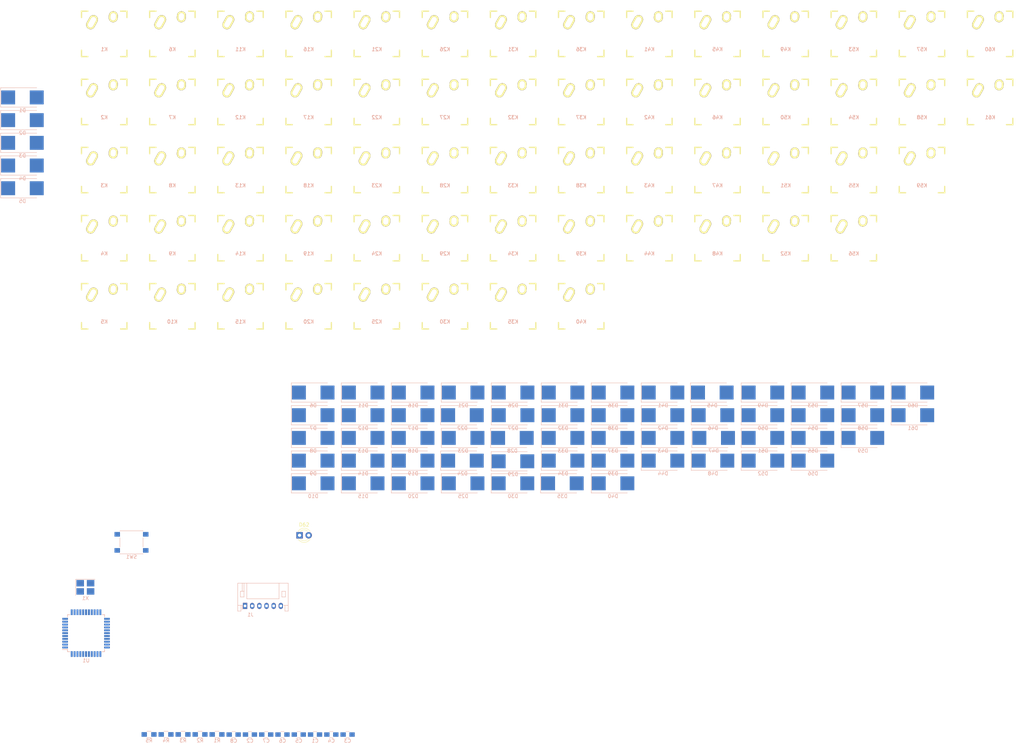
<source format=kicad_pcb>
(kicad_pcb (version 20171130) (host pcbnew "(5.0.2)-1")
  (layers (0 F.Cu signal) (31 B.Cu signal) (34 B.Paste user) (35 F.Paste user) (36 B.SilkS user) (37 F.SilkS user) (38 B.Mask user) (39 F.Mask user) (44 Edge.Cuts user))
  (net 0 "")
  (net 1 "Net-(C1-Pad1)")
  (net 2 GND)
  (net 3 "Net-(C2-Pad1)")
  (net 4 "Net-(C3-Pad1)")
  (net 5 VCC)
  (net 6 "Net-(D1-Pad2)")
  (net 7 /row0)
  (net 8 /row1)
  (net 9 "Net-(D2-Pad2)")
  (net 10 "Net-(D3-Pad2)")
  (net 11 /row2)
  (net 12 /row3)
  (net 13 "Net-(D4-Pad2)")
  (net 14 /row4)
  (net 15 "Net-(D5-Pad2)")
  (net 16 "Net-(D6-Pad2)")
  (net 17 "Net-(D7-Pad2)")
  (net 18 "Net-(D8-Pad2)")
  (net 19 "Net-(D9-Pad2)")
  (net 20 "Net-(D10-Pad2)")
  (net 21 "Net-(D11-Pad2)")
  (net 22 "Net-(D12-Pad2)")
  (net 23 "Net-(D13-Pad2)")
  (net 24 "Net-(D14-Pad2)")
  (net 25 "Net-(D15-Pad2)")
  (net 26 "Net-(D16-Pad2)")
  (net 27 "Net-(D17-Pad2)")
  (net 28 "Net-(D18-Pad2)")
  (net 29 "Net-(D19-Pad2)")
  (net 30 "Net-(D20-Pad2)")
  (net 31 "Net-(D21-Pad2)")
  (net 32 "Net-(D22-Pad2)")
  (net 33 "Net-(D23-Pad2)")
  (net 34 "Net-(D24-Pad2)")
  (net 35 "Net-(D25-Pad2)")
  (net 36 "Net-(D26-Pad2)")
  (net 37 "Net-(D27-Pad2)")
  (net 38 "Net-(D28-Pad2)")
  (net 39 "Net-(D29-Pad2)")
  (net 40 "Net-(D30-Pad2)")
  (net 41 "Net-(D31-Pad2)")
  (net 42 "Net-(D32-Pad2)")
  (net 43 "Net-(D33-Pad2)")
  (net 44 "Net-(D34-Pad2)")
  (net 45 "Net-(D35-Pad2)")
  (net 46 "Net-(D36-Pad2)")
  (net 47 "Net-(D37-Pad2)")
  (net 48 "Net-(D38-Pad2)")
  (net 49 "Net-(D39-Pad2)")
  (net 50 "Net-(D40-Pad2)")
  (net 51 "Net-(D41-Pad2)")
  (net 52 "Net-(D42-Pad2)")
  (net 53 "Net-(D43-Pad2)")
  (net 54 "Net-(D44-Pad2)")
  (net 55 "Net-(D45-Pad2)")
  (net 56 "Net-(D46-Pad2)")
  (net 57 "Net-(D47-Pad2)")
  (net 58 "Net-(D48-Pad2)")
  (net 59 "Net-(D49-Pad2)")
  (net 60 "Net-(D50-Pad2)")
  (net 61 "Net-(D51-Pad2)")
  (net 62 "Net-(D52-Pad2)")
  (net 63 "Net-(D53-Pad2)")
  (net 64 "Net-(D54-Pad2)")
  (net 65 "Net-(D55-Pad2)")
  (net 66 "Net-(D56-Pad2)")
  (net 67 "Net-(D57-Pad2)")
  (net 68 "Net-(D58-Pad2)")
  (net 69 "Net-(D59-Pad2)")
  (net 70 "Net-(D60-Pad2)")
  (net 71 "Net-(D61-Pad2)")
  (net 72 "Net-(D62-Pad2)")
  (net 73 "Net-(D62-Pad1)")
  (net 74 "Net-(J1-Pad5)")
  (net 75 "Net-(J1-Pad4)")
  (net 76 /col0)
  (net 77 /col1)
  (net 78 /col2)
  (net 79 /col3)
  (net 80 /col4)
  (net 81 /col5)
  (net 82 /col6)
  (net 83 /col7)
  (net 84 /col8)
  (net 85 /col9)
  (net 86 /col10)
  (net 87 /col11)
  (net 88 /col12)
  (net 89 /col13)
  (net 90 "Net-(R1-Pad1)")
  (net 91 "Net-(R2-Pad1)")
  (net 92 "Net-(R3-Pad1)")
  (net 93 "Net-(R4-Pad2)")
  (net 94 "Net-(U1-Pad12)")
  (net 95 "Net-(U1-Pad11)")
  (net 96 "Net-(U1-Pad10)")
  (net 97 "Net-(U1-Pad9)")
  (net 98 "Net-(U1-Pad8)")
  (net 99 "Net-(U1-Pad1)")
  (module Capacitors_SMD:C_0805_HandSoldering (layer B.Cu) (at 83.065001 222.675759)
    (fp_text reference C1 (at 0 1.75) (layer B.SilkS) (effects (justify mirror)))
    (fp_text value 22pF)
    (pad 2 smd rect (at 1.25 0) (size 1.5 1.25) (layers B.Cu B.Paste B.Mask) (net 2 GND))
    (pad 1 smd rect (at -1.25 0) (size 1.5 1.25) (layers B.Cu B.Paste B.Mask) (net 1 "Net-(C1-Pad1)"))
  )
  (module Capacitors_SMD:C_0805_HandSoldering (layer B.Cu) (at 64.865001 222.675759)
    (fp_text reference C2 (at 0 1.75) (layer B.SilkS) (effects (justify mirror)))
    (fp_text value 22pF)
    (pad 1 smd rect (at -1.25 0) (size 1.5 1.25) (layers B.Cu B.Paste B.Mask) (net 3 "Net-(C2-Pad1)"))
    (pad 2 smd rect (at 1.25 0) (size 1.5 1.25) (layers B.Cu B.Paste B.Mask) (net 2 GND))
  )
  (module Capacitors_SMD:C_0805_HandSoldering (layer B.Cu) (at 92.165001 222.675759)
    (fp_text reference C3 (at 0 1.75) (layer B.SilkS) (effects (justify mirror)))
    (fp_text value 1uF)
    (pad 1 smd rect (at -1.25 0) (size 1.5 1.25) (layers B.Cu B.Paste B.Mask) (net 4 "Net-(C3-Pad1)"))
    (pad 2 smd rect (at 1.25 0) (size 1.5 1.25) (layers B.Cu B.Paste B.Mask) (net 2 GND))
  )
  (module Capacitors_SMD:C_0805_HandSoldering (layer B.Cu) (at 87.615001 222.675759)
    (fp_text reference C4 (at 0 1.75) (layer B.SilkS) (effects (justify mirror)))
    (fp_text value 0.1uF)
    (pad 2 smd rect (at 1.25 0) (size 1.5 1.25) (layers B.Cu B.Paste B.Mask) (net 2 GND))
    (pad 1 smd rect (at -1.25 0) (size 1.5 1.25) (layers B.Cu B.Paste B.Mask) (net 5 VCC))
  )
  (module Capacitors_SMD:C_0805_HandSoldering (layer B.Cu) (at 78.515001 222.675759)
    (fp_text reference C5 (at 0 1.75) (layer B.SilkS) (effects (justify mirror)))
    (fp_text value 0.1uF)
    (pad 1 smd rect (at -1.25 0) (size 1.5 1.25) (layers B.Cu B.Paste B.Mask) (net 5 VCC))
    (pad 2 smd rect (at 1.25 0) (size 1.5 1.25) (layers B.Cu B.Paste B.Mask) (net 2 GND))
  )
  (module Capacitors_SMD:C_0805_HandSoldering (layer B.Cu) (at 73.965001 222.675759)
    (fp_text reference C6 (at 0 1.75) (layer B.SilkS) (effects (justify mirror)))
    (fp_text value 0.1uF)
    (pad 2 smd rect (at 1.25 0) (size 1.5 1.25) (layers B.Cu B.Paste B.Mask) (net 2 GND))
    (pad 1 smd rect (at -1.25 0) (size 1.5 1.25) (layers B.Cu B.Paste B.Mask) (net 5 VCC))
  )
  (module Capacitors_SMD:C_0805_HandSoldering (layer B.Cu) (at 69.415001 222.675759)
    (fp_text reference C7 (at 0 1.75) (layer B.SilkS) (effects (justify mirror)))
    (fp_text value 0.1uF)
    (pad 1 smd rect (at -1.25 0) (size 1.5 1.25) (layers B.Cu B.Paste B.Mask) (net 5 VCC))
    (pad 2 smd rect (at 1.25 0) (size 1.5 1.25) (layers B.Cu B.Paste B.Mask) (net 2 GND))
  )
  (module Capacitors_SMD:C_0805_HandSoldering (layer B.Cu) (at 60.315001 222.675759)
    (fp_text reference C8 (at 0 1.75) (layer B.SilkS) (effects (justify mirror)))
    (fp_text value 4.7uF)
    (pad 2 smd rect (at 1.25 0) (size 1.5 1.25) (layers B.Cu B.Paste B.Mask) (net 2 GND))
    (pad 1 smd rect (at -1.25 0) (size 1.5 1.25) (layers B.Cu B.Paste B.Mask) (net 5 VCC))
  )
  (module Diodes_SMD:D_3220 (layer B.Cu) (at 1.27 44.45)
    (fp_text reference D1 (at 0 3.6) (layer B.SilkS) (effects (justify mirror)))
    (fp_text value D)
    (pad 2 smd rect (at 4 0 270) (size 3.9 3.9) (layers B.Cu B.Paste B.Mask) (net 6 "Net-(D1-Pad2)"))
    (pad 1 smd rect (at -4 0 270) (size 3.9 3.9) (layers B.Cu B.Paste B.Mask) (net 7 /row0))
  )
  (module Diodes_SMD:D_3220 (layer B.Cu) (at 1.27 50.8)
    (fp_text reference D2 (at 0 3.6) (layer B.SilkS) (effects (justify mirror)))
    (fp_text value D)
    (pad 1 smd rect (at -4 0 270) (size 3.9 3.9) (layers B.Cu B.Paste B.Mask) (net 8 /row1))
    (pad 2 smd rect (at 4 0 270) (size 3.9 3.9) (layers B.Cu B.Paste B.Mask) (net 9 "Net-(D2-Pad2)"))
  )
  (module Diodes_SMD:D_3220 (layer B.Cu) (at 1.27 57.15)
    (fp_text reference D3 (at 0 3.6) (layer B.SilkS) (effects (justify mirror)))
    (fp_text value D)
    (pad 2 smd rect (at 4 0 270) (size 3.9 3.9) (layers B.Cu B.Paste B.Mask) (net 10 "Net-(D3-Pad2)"))
    (pad 1 smd rect (at -4 0 270) (size 3.9 3.9) (layers B.Cu B.Paste B.Mask) (net 11 /row2))
  )
  (module Diodes_SMD:D_3220 (layer B.Cu) (at 1.27 63.5)
    (fp_text reference D4 (at 0 3.6) (layer B.SilkS) (effects (justify mirror)))
    (fp_text value D)
    (pad 1 smd rect (at -4 0 270) (size 3.9 3.9) (layers B.Cu B.Paste B.Mask) (net 12 /row3))
    (pad 2 smd rect (at 4 0 270) (size 3.9 3.9) (layers B.Cu B.Paste B.Mask) (net 13 "Net-(D4-Pad2)"))
  )
  (module Diodes_SMD:D_3220 (layer B.Cu) (at 1.27 69.85)
    (fp_text reference D5 (at 0 3.6) (layer B.SilkS) (effects (justify mirror)))
    (fp_text value D)
    (pad 1 smd rect (at -4 0 270) (size 3.9 3.9) (layers B.Cu B.Paste B.Mask) (net 14 /row4))
    (pad 2 smd rect (at 4 0 270) (size 3.9 3.9) (layers B.Cu B.Paste B.Mask) (net 15 "Net-(D5-Pad2)"))
  )
  (module Diodes_SMD:D_3220 (layer B.Cu) (at 82.55 127)
    (fp_text reference D6 (at 0 3.6) (layer B.SilkS) (effects (justify mirror)))
    (fp_text value D)
    (pad 2 smd rect (at 4 0 270) (size 3.9 3.9) (layers B.Cu B.Paste B.Mask) (net 16 "Net-(D6-Pad2)"))
    (pad 1 smd rect (at -4 0 270) (size 3.9 3.9) (layers B.Cu B.Paste B.Mask) (net 7 /row0))
  )
  (module Diodes_SMD:D_3220 (layer B.Cu) (at 82.55 133.35)
    (fp_text reference D7 (at 0 3.6) (layer B.SilkS) (effects (justify mirror)))
    (fp_text value D)
    (pad 1 smd rect (at -4 0 270) (size 3.9 3.9) (layers B.Cu B.Paste B.Mask) (net 8 /row1))
    (pad 2 smd rect (at 4 0 270) (size 3.9 3.9) (layers B.Cu B.Paste B.Mask) (net 17 "Net-(D7-Pad2)"))
  )
  (module Diodes_SMD:D_3220 (layer B.Cu) (at 82.55 139.7)
    (fp_text reference D8 (at 0 3.6) (layer B.SilkS) (effects (justify mirror)))
    (fp_text value D)
    (pad 2 smd rect (at 4 0 270) (size 3.9 3.9) (layers B.Cu B.Paste B.Mask) (net 18 "Net-(D8-Pad2)"))
    (pad 1 smd rect (at -4 0 270) (size 3.9 3.9) (layers B.Cu B.Paste B.Mask) (net 11 /row2))
  )
  (module Diodes_SMD:D_3220 (layer B.Cu) (at 82.55 146.05)
    (fp_text reference D9 (at 0 3.6) (layer B.SilkS) (effects (justify mirror)))
    (fp_text value D)
    (pad 1 smd rect (at -4 0 270) (size 3.9 3.9) (layers B.Cu B.Paste B.Mask) (net 12 /row3))
    (pad 2 smd rect (at 4 0 270) (size 3.9 3.9) (layers B.Cu B.Paste B.Mask) (net 19 "Net-(D9-Pad2)"))
  )
  (module Diodes_SMD:D_3220 (layer B.Cu) (at 82.55 152.4)
    (fp_text reference D10 (at 0 3.6) (layer B.SilkS) (effects (justify mirror)))
    (fp_text value D)
    (pad 1 smd rect (at -4 0 270) (size 3.9 3.9) (layers B.Cu B.Paste B.Mask) (net 14 /row4))
    (pad 2 smd rect (at 4 0 270) (size 3.9 3.9) (layers B.Cu B.Paste B.Mask) (net 20 "Net-(D10-Pad2)"))
  )
  (module Diodes_SMD:D_3220 (layer B.Cu) (at 96.52 127)
    (fp_text reference D11 (at 0 3.6) (layer B.SilkS) (effects (justify mirror)))
    (fp_text value D)
    (pad 1 smd rect (at -4 0 270) (size 3.9 3.9) (layers B.Cu B.Paste B.Mask) (net 7 /row0))
    (pad 2 smd rect (at 4 0 270) (size 3.9 3.9) (layers B.Cu B.Paste B.Mask) (net 21 "Net-(D11-Pad2)"))
  )
  (module Diodes_SMD:D_3220 (layer B.Cu) (at 96.52 133.35)
    (fp_text reference D12 (at 0 3.6) (layer B.SilkS) (effects (justify mirror)))
    (fp_text value D)
    (pad 2 smd rect (at 4 0 270) (size 3.9 3.9) (layers B.Cu B.Paste B.Mask) (net 22 "Net-(D12-Pad2)"))
    (pad 1 smd rect (at -4 0 270) (size 3.9 3.9) (layers B.Cu B.Paste B.Mask) (net 8 /row1))
  )
  (module Diodes_SMD:D_3220 (layer B.Cu) (at 96.52 139.7)
    (fp_text reference D13 (at 0 3.6) (layer B.SilkS) (effects (justify mirror)))
    (fp_text value D)
    (pad 2 smd rect (at 4 0 270) (size 3.9 3.9) (layers B.Cu B.Paste B.Mask) (net 23 "Net-(D13-Pad2)"))
    (pad 1 smd rect (at -4 0 270) (size 3.9 3.9) (layers B.Cu B.Paste B.Mask) (net 11 /row2))
  )
  (module Diodes_SMD:D_3220 (layer B.Cu) (at 96.52 146.05)
    (fp_text reference D14 (at 0 3.6) (layer B.SilkS) (effects (justify mirror)))
    (fp_text value D)
    (pad 1 smd rect (at -4 0 270) (size 3.9 3.9) (layers B.Cu B.Paste B.Mask) (net 12 /row3))
    (pad 2 smd rect (at 4 0 270) (size 3.9 3.9) (layers B.Cu B.Paste B.Mask) (net 24 "Net-(D14-Pad2)"))
  )
  (module Diodes_SMD:D_3220 (layer B.Cu) (at 96.52 152.4)
    (fp_text reference D15 (at 0 3.6) (layer B.SilkS) (effects (justify mirror)))
    (fp_text value D)
    (pad 2 smd rect (at 4 0 270) (size 3.9 3.9) (layers B.Cu B.Paste B.Mask) (net 25 "Net-(D15-Pad2)"))
    (pad 1 smd rect (at -4 0 270) (size 3.9 3.9) (layers B.Cu B.Paste B.Mask) (net 14 /row4))
  )
  (module Diodes_SMD:D_3220 (layer B.Cu) (at 110.49 127)
    (fp_text reference D16 (at 0 3.6) (layer B.SilkS) (effects (justify mirror)))
    (fp_text value D)
    (pad 1 smd rect (at -4 0 270) (size 3.9 3.9) (layers B.Cu B.Paste B.Mask) (net 7 /row0))
    (pad 2 smd rect (at 4 0 270) (size 3.9 3.9) (layers B.Cu B.Paste B.Mask) (net 26 "Net-(D16-Pad2)"))
  )
  (module Diodes_SMD:D_3220 (layer B.Cu) (at 110.49 133.35)
    (fp_text reference D17 (at 0 3.6) (layer B.SilkS) (effects (justify mirror)))
    (fp_text value D)
    (pad 2 smd rect (at 4 0 270) (size 3.9 3.9) (layers B.Cu B.Paste B.Mask) (net 27 "Net-(D17-Pad2)"))
    (pad 1 smd rect (at -4 0 270) (size 3.9 3.9) (layers B.Cu B.Paste B.Mask) (net 8 /row1))
  )
  (module Diodes_SMD:D_3220 (layer B.Cu) (at 110.49 139.7)
    (fp_text reference D18 (at 0 3.6) (layer B.SilkS) (effects (justify mirror)))
    (fp_text value D)
    (pad 2 smd rect (at 4 0 270) (size 3.9 3.9) (layers B.Cu B.Paste B.Mask) (net 28 "Net-(D18-Pad2)"))
    (pad 1 smd rect (at -4 0 270) (size 3.9 3.9) (layers B.Cu B.Paste B.Mask) (net 11 /row2))
  )
  (module Diodes_SMD:D_3220 (layer B.Cu) (at 110.49 146.05)
    (fp_text reference D19 (at 0 3.6) (layer B.SilkS) (effects (justify mirror)))
    (fp_text value D)
    (pad 2 smd rect (at 4 0 270) (size 3.9 3.9) (layers B.Cu B.Paste B.Mask) (net 29 "Net-(D19-Pad2)"))
    (pad 1 smd rect (at -4 0 270) (size 3.9 3.9) (layers B.Cu B.Paste B.Mask) (net 12 /row3))
  )
  (module Diodes_SMD:D_3220 (layer B.Cu) (at 110.49 152.4)
    (fp_text reference D20 (at 0 3.6) (layer B.SilkS) (effects (justify mirror)))
    (fp_text value D)
    (pad 1 smd rect (at -4 0 270) (size 3.9 3.9) (layers B.Cu B.Paste B.Mask) (net 14 /row4))
    (pad 2 smd rect (at 4 0 270) (size 3.9 3.9) (layers B.Cu B.Paste B.Mask) (net 30 "Net-(D20-Pad2)"))
  )
  (module Diodes_SMD:D_3220 (layer B.Cu) (at 124.46 127)
    (fp_text reference D21 (at 0 3.6) (layer B.SilkS) (effects (justify mirror)))
    (fp_text value D)
    (pad 1 smd rect (at -4 0 270) (size 3.9 3.9) (layers B.Cu B.Paste B.Mask) (net 7 /row0))
    (pad 2 smd rect (at 4 0 270) (size 3.9 3.9) (layers B.Cu B.Paste B.Mask) (net 31 "Net-(D21-Pad2)"))
  )
  (module Diodes_SMD:D_3220 (layer B.Cu) (at 124.27 133.35)
    (fp_text reference D22 (at 0 3.6) (layer B.SilkS) (effects (justify mirror)))
    (fp_text value D)
    (pad 1 smd rect (at -4 0 270) (size 3.9 3.9) (layers B.Cu B.Paste B.Mask) (net 8 /row1))
    (pad 2 smd rect (at 4 0 270) (size 3.9 3.9) (layers B.Cu B.Paste B.Mask) (net 32 "Net-(D22-Pad2)"))
  )
  (module Diodes_SMD:D_3220 (layer B.Cu) (at 124.46 139.7)
    (fp_text reference D23 (at 0 3.6) (layer B.SilkS) (effects (justify mirror)))
    (fp_text value D)
    (pad 1 smd rect (at -4 0 270) (size 3.9 3.9) (layers B.Cu B.Paste B.Mask) (net 11 /row2))
    (pad 2 smd rect (at 4 0 270) (size 3.9 3.9) (layers B.Cu B.Paste B.Mask) (net 33 "Net-(D23-Pad2)"))
  )
  (module Diodes_SMD:D_3220 (layer B.Cu) (at 124.27 146.05)
    (fp_text reference D24 (at 0 3.6) (layer B.SilkS) (effects (justify mirror)))
    (fp_text value D)
    (pad 2 smd rect (at 4 0 270) (size 3.9 3.9) (layers B.Cu B.Paste B.Mask) (net 34 "Net-(D24-Pad2)"))
    (pad 1 smd rect (at -4 0 270) (size 3.9 3.9) (layers B.Cu B.Paste B.Mask) (net 12 /row3))
  )
  (module Diodes_SMD:D_3220 (layer B.Cu) (at 124.46 152.4)
    (fp_text reference D25 (at 0 3.6) (layer B.SilkS) (effects (justify mirror)))
    (fp_text value D)
    (pad 2 smd rect (at 4 0 270) (size 3.9 3.9) (layers B.Cu B.Paste B.Mask) (net 35 "Net-(D25-Pad2)"))
    (pad 1 smd rect (at -4 0 270) (size 3.9 3.9) (layers B.Cu B.Paste B.Mask) (net 14 /row4))
  )
  (module Diodes_SMD:D_3220 (layer B.Cu) (at 138.43 127)
    (fp_text reference D26 (at 0 3.6) (layer B.SilkS) (effects (justify mirror)))
    (fp_text value D)
    (pad 2 smd rect (at 4 0 270) (size 3.9 3.9) (layers B.Cu B.Paste B.Mask) (net 36 "Net-(D26-Pad2)"))
    (pad 1 smd rect (at -4 0 270) (size 3.9 3.9) (layers B.Cu B.Paste B.Mask) (net 7 /row0))
  )
  (module Diodes_SMD:D_3220 (layer B.Cu) (at 138.43 133.35)
    (fp_text reference D27 (at 0 3.6) (layer B.SilkS) (effects (justify mirror)))
    (fp_text value D)
    (pad 2 smd rect (at 4 0 270) (size 3.9 3.9) (layers B.Cu B.Paste B.Mask) (net 37 "Net-(D27-Pad2)"))
    (pad 1 smd rect (at -4 0 270) (size 3.9 3.9) (layers B.Cu B.Paste B.Mask) (net 8 /row1))
  )
  (module Diodes_SMD:D_3220 (layer B.Cu) (at 138.24 139.7)
    (fp_text reference D28 (at 0 3.6) (layer B.SilkS) (effects (justify mirror)))
    (fp_text value D)
    (pad 2 smd rect (at 4 0 270) (size 3.9 3.9) (layers B.Cu B.Paste B.Mask) (net 38 "Net-(D28-Pad2)"))
    (pad 1 smd rect (at -4 0 270) (size 3.9 3.9) (layers B.Cu B.Paste B.Mask) (net 11 /row2))
  )
  (module Diodes_SMD:D_3220 (layer B.Cu) (at 138.39538 146.24247)
    (fp_text reference D29 (at 0 3.6) (layer B.SilkS) (effects (justify mirror)))
    (fp_text value D)
    (pad 1 smd rect (at -4 0 270) (size 3.9 3.9) (layers B.Cu B.Paste B.Mask) (net 12 /row3))
    (pad 2 smd rect (at 4 0 270) (size 3.9 3.9) (layers B.Cu B.Paste B.Mask) (net 39 "Net-(D29-Pad2)"))
  )
  (module Diodes_SMD:D_3220 (layer B.Cu) (at 138.39538 152.4)
    (fp_text reference D30 (at 0 3.6) (layer B.SilkS) (effects (justify mirror)))
    (fp_text value D)
    (pad 1 smd rect (at -4 0 270) (size 3.9 3.9) (layers B.Cu B.Paste B.Mask) (net 14 /row4))
    (pad 2 smd rect (at 4 0 270) (size 3.9 3.9) (layers B.Cu B.Paste B.Mask) (net 40 "Net-(D30-Pad2)"))
  )
  (module Diodes_SMD:D_3220 (layer B.Cu) (at 152.4 127)
    (fp_text reference D31 (at 0 3.6) (layer B.SilkS) (effects (justify mirror)))
    (fp_text value D)
    (pad 1 smd rect (at -4 0 270) (size 3.9 3.9) (layers B.Cu B.Paste B.Mask) (net 7 /row0))
    (pad 2 smd rect (at 4 0 270) (size 3.9 3.9) (layers B.Cu B.Paste B.Mask) (net 41 "Net-(D31-Pad2)"))
  )
  (module Diodes_SMD:D_3220 (layer B.Cu) (at 152.4 133.35)
    (fp_text reference D32 (at 0 3.6) (layer B.SilkS) (effects (justify mirror)))
    (fp_text value D)
    (pad 2 smd rect (at 4 0 270) (size 3.9 3.9) (layers B.Cu B.Paste B.Mask) (net 42 "Net-(D32-Pad2)"))
    (pad 1 smd rect (at -4 0 270) (size 3.9 3.9) (layers B.Cu B.Paste B.Mask) (net 8 /row1))
  )
  (module Diodes_SMD:D_3220 (layer B.Cu) (at 152.4 139.7)
    (fp_text reference D33 (at 0 3.6) (layer B.SilkS) (effects (justify mirror)))
    (fp_text value D)
    (pad 1 smd rect (at -4 0 270) (size 3.9 3.9) (layers B.Cu B.Paste B.Mask) (net 11 /row2))
    (pad 2 smd rect (at 4 0 270) (size 3.9 3.9) (layers B.Cu B.Paste B.Mask) (net 43 "Net-(D33-Pad2)"))
  )
  (module Diodes_SMD:D_3220 (layer B.Cu) (at 152.4 146.05)
    (fp_text reference D34 (at 0 3.6) (layer B.SilkS) (effects (justify mirror)))
    (fp_text value D)
    (pad 2 smd rect (at 4 0 270) (size 3.9 3.9) (layers B.Cu B.Paste B.Mask) (net 44 "Net-(D34-Pad2)"))
    (pad 1 smd rect (at -4 0 270) (size 3.9 3.9) (layers B.Cu B.Paste B.Mask) (net 12 /row3))
  )
  (module Diodes_SMD:D_3220 (layer B.Cu) (at 152.21 152.4)
    (fp_text reference D35 (at 0 3.6) (layer B.SilkS) (effects (justify mirror)))
    (fp_text value D)
    (pad 1 smd rect (at -4 0 270) (size 3.9 3.9) (layers B.Cu B.Paste B.Mask) (net 14 /row4))
    (pad 2 smd rect (at 4 0 270) (size 3.9 3.9) (layers B.Cu B.Paste B.Mask) (net 45 "Net-(D35-Pad2)"))
  )
  (module Diodes_SMD:D_3220 (layer B.Cu) (at 166.37 127)
    (fp_text reference D36 (at 0 3.6) (layer B.SilkS) (effects (justify mirror)))
    (fp_text value D)
    (pad 2 smd rect (at 4 0 270) (size 3.9 3.9) (layers B.Cu B.Paste B.Mask) (net 46 "Net-(D36-Pad2)"))
    (pad 1 smd rect (at -4 0 270) (size 3.9 3.9) (layers B.Cu B.Paste B.Mask) (net 7 /row0))
  )
  (module Diodes_SMD:D_3220 (layer B.Cu) (at 166.37 139.7)
    (fp_text reference D37 (at 0 3.6) (layer B.SilkS) (effects (justify mirror)))
    (fp_text value D)
    (pad 1 smd rect (at -4 0 270) (size 3.9 3.9) (layers B.Cu B.Paste B.Mask) (net 8 /row1))
    (pad 2 smd rect (at 4 0 270) (size 3.9 3.9) (layers B.Cu B.Paste B.Mask) (net 47 "Net-(D37-Pad2)"))
  )
  (module Diodes_SMD:D_3220 (layer B.Cu) (at 166.37 133.35)
    (fp_text reference D38 (at 0 3.6) (layer B.SilkS) (effects (justify mirror)))
    (fp_text value D)
    (pad 2 smd rect (at 4 0 270) (size 3.9 3.9) (layers B.Cu B.Paste B.Mask) (net 48 "Net-(D38-Pad2)"))
    (pad 1 smd rect (at -4 0 270) (size 3.9 3.9) (layers B.Cu B.Paste B.Mask) (net 11 /row2))
  )
  (module Diodes_SMD:D_3220 (layer B.Cu) (at 166.37 146.05)
    (fp_text reference D39 (at 0 3.6) (layer B.SilkS) (effects (justify mirror)))
    (fp_text value D)
    (pad 1 smd rect (at -4 0 270) (size 3.9 3.9) (layers B.Cu B.Paste B.Mask) (net 12 /row3))
    (pad 2 smd rect (at 4 0 270) (size 3.9 3.9) (layers B.Cu B.Paste B.Mask) (net 49 "Net-(D39-Pad2)"))
  )
  (module Diodes_SMD:D_3220 (layer B.Cu) (at 166.37 152.4)
    (fp_text reference D40 (at 0 3.6) (layer B.SilkS) (effects (justify mirror)))
    (fp_text value D)
    (pad 2 smd rect (at 4 0 270) (size 3.9 3.9) (layers B.Cu B.Paste B.Mask) (net 50 "Net-(D40-Pad2)"))
    (pad 1 smd rect (at -4 0 270) (size 3.9 3.9) (layers B.Cu B.Paste B.Mask) (net 14 /row4))
  )
  (module Diodes_SMD:D_3220 (layer B.Cu) (at 180.34 127)
    (fp_text reference D41 (at 0 3.6) (layer B.SilkS) (effects (justify mirror)))
    (fp_text value D)
    (pad 1 smd rect (at -4 0 270) (size 3.9 3.9) (layers B.Cu B.Paste B.Mask) (net 7 /row0))
    (pad 2 smd rect (at 4 0 270) (size 3.9 3.9) (layers B.Cu B.Paste B.Mask) (net 51 "Net-(D41-Pad2)"))
  )
  (module Diodes_SMD:D_3220 (layer B.Cu) (at 180.34 133.35)
    (fp_text reference D42 (at 0 3.6) (layer B.SilkS) (effects (justify mirror)))
    (fp_text value D)
    (pad 1 smd rect (at -4 0 270) (size 3.9 3.9) (layers B.Cu B.Paste B.Mask) (net 8 /row1))
    (pad 2 smd rect (at 4 0 270) (size 3.9 3.9) (layers B.Cu B.Paste B.Mask) (net 52 "Net-(D42-Pad2)"))
  )
  (module Diodes_SMD:D_3220 (layer B.Cu) (at 180.34 139.7)
    (fp_text reference D43 (at 0 3.6) (layer B.SilkS) (effects (justify mirror)))
    (fp_text value D)
    (pad 1 smd rect (at -4 0 270) (size 3.9 3.9) (layers B.Cu B.Paste B.Mask) (net 11 /row2))
    (pad 2 smd rect (at 4 0 270) (size 3.9 3.9) (layers B.Cu B.Paste B.Mask) (net 53 "Net-(D43-Pad2)"))
  )
  (module Diodes_SMD:D_3220 (layer B.Cu) (at 180.34 146.05)
    (fp_text reference D44 (at 0 3.6) (layer B.SilkS) (effects (justify mirror)))
    (fp_text value D)
    (pad 1 smd rect (at -4 0 270) (size 3.9 3.9) (layers B.Cu B.Paste B.Mask) (net 12 /row3))
    (pad 2 smd rect (at 4 0 270) (size 3.9 3.9) (layers B.Cu B.Paste B.Mask) (net 54 "Net-(D44-Pad2)"))
  )
  (module Diodes_SMD:D_3220 (layer B.Cu) (at 194.12 127)
    (fp_text reference D45 (at 0 3.6) (layer B.SilkS) (effects (justify mirror)))
    (fp_text value D)
    (pad 1 smd rect (at -4 0 270) (size 3.9 3.9) (layers B.Cu B.Paste B.Mask) (net 7 /row0))
    (pad 2 smd rect (at 4 0 270) (size 3.9 3.9) (layers B.Cu B.Paste B.Mask) (net 55 "Net-(D45-Pad2)"))
  )
  (module Diodes_SMD:D_3220 (layer B.Cu) (at 194.31 133.35)
    (fp_text reference D46 (at 0 3.6) (layer B.SilkS) (effects (justify mirror)))
    (fp_text value D)
    (pad 2 smd rect (at 4 0 270) (size 3.9 3.9) (layers B.Cu B.Paste B.Mask) (net 56 "Net-(D46-Pad2)"))
    (pad 1 smd rect (at -4 0 270) (size 3.9 3.9) (layers B.Cu B.Paste B.Mask) (net 8 /row1))
  )
  (module Diodes_SMD:D_3220 (layer B.Cu) (at 194.5 139.7)
    (fp_text reference D47 (at 0 3.6) (layer B.SilkS) (effects (justify mirror)))
    (fp_text value D)
    (pad 2 smd rect (at 4 0 270) (size 3.9 3.9) (layers B.Cu B.Paste B.Mask) (net 57 "Net-(D47-Pad2)"))
    (pad 1 smd rect (at -4 0 270) (size 3.9 3.9) (layers B.Cu B.Paste B.Mask) (net 11 /row2))
  )
  (module Diodes_SMD:D_3220 (layer B.Cu) (at 194.31 146.05)
    (fp_text reference D48 (at 0 3.6) (layer B.SilkS) (effects (justify mirror)))
    (fp_text value D)
    (pad 2 smd rect (at 4 0 270) (size 3.9 3.9) (layers B.Cu B.Paste B.Mask) (net 58 "Net-(D48-Pad2)"))
    (pad 1 smd rect (at -4 0 270) (size 3.9 3.9) (layers B.Cu B.Paste B.Mask) (net 12 /row3))
  )
  (module Diodes_SMD:D_3220 (layer B.Cu) (at 208.28 127)
    (fp_text reference D49 (at 0 3.6) (layer B.SilkS) (effects (justify mirror)))
    (fp_text value D)
    (pad 1 smd rect (at -4 0 270) (size 3.9 3.9) (layers B.Cu B.Paste B.Mask) (net 7 /row0))
    (pad 2 smd rect (at 4 0 270) (size 3.9 3.9) (layers B.Cu B.Paste B.Mask) (net 59 "Net-(D49-Pad2)"))
  )
  (module Diodes_SMD:D_3220 (layer B.Cu) (at 208.28 133.35)
    (fp_text reference D50 (at 0 3.6) (layer B.SilkS) (effects (justify mirror)))
    (fp_text value D)
    (pad 1 smd rect (at -4 0 270) (size 3.9 3.9) (layers B.Cu B.Paste B.Mask) (net 8 /row1))
    (pad 2 smd rect (at 4 0 270) (size 3.9 3.9) (layers B.Cu B.Paste B.Mask) (net 60 "Net-(D50-Pad2)"))
  )
  (module Diodes_SMD:D_3220 (layer B.Cu) (at 208.28 139.7)
    (fp_text reference D51 (at 0 3.6) (layer B.SilkS) (effects (justify mirror)))
    (fp_text value D)
    (pad 2 smd rect (at 4 0 270) (size 3.9 3.9) (layers B.Cu B.Paste B.Mask) (net 61 "Net-(D51-Pad2)"))
    (pad 1 smd rect (at -4 0 270) (size 3.9 3.9) (layers B.Cu B.Paste B.Mask) (net 11 /row2))
  )
  (module Diodes_SMD:D_3220 (layer B.Cu) (at 208.28 146.05)
    (fp_text reference D52 (at 0 3.6) (layer B.SilkS) (effects (justify mirror)))
    (fp_text value D)
    (pad 2 smd rect (at 4 0 270) (size 3.9 3.9) (layers B.Cu B.Paste B.Mask) (net 62 "Net-(D52-Pad2)"))
    (pad 1 smd rect (at -4 0 270) (size 3.9 3.9) (layers B.Cu B.Paste B.Mask) (net 12 /row3))
  )
  (module Diodes_SMD:D_3220 (layer B.Cu) (at 222.25 127)
    (fp_text reference D53 (at 0 3.6) (layer B.SilkS) (effects (justify mirror)))
    (fp_text value D)
    (pad 2 smd rect (at 4 0 270) (size 3.9 3.9) (layers B.Cu B.Paste B.Mask) (net 63 "Net-(D53-Pad2)"))
    (pad 1 smd rect (at -4 0 270) (size 3.9 3.9) (layers B.Cu B.Paste B.Mask) (net 7 /row0))
  )
  (module Diodes_SMD:D_3220 (layer B.Cu) (at 222.25 133.35)
    (fp_text reference D54 (at 0 3.6) (layer B.SilkS) (effects (justify mirror)))
    (fp_text value D)
    (pad 1 smd rect (at -4 0 270) (size 3.9 3.9) (layers B.Cu B.Paste B.Mask) (net 8 /row1))
    (pad 2 smd rect (at 4 0 270) (size 3.9 3.9) (layers B.Cu B.Paste B.Mask) (net 64 "Net-(D54-Pad2)"))
  )
  (module Diodes_SMD:D_3220 (layer B.Cu) (at 222.25 139.7)
    (fp_text reference D55 (at 0 3.6) (layer B.SilkS) (effects (justify mirror)))
    (fp_text value D)
    (pad 1 smd rect (at -4 0 270) (size 3.9 3.9) (layers B.Cu B.Paste B.Mask) (net 11 /row2))
    (pad 2 smd rect (at 4 0 270) (size 3.9 3.9) (layers B.Cu B.Paste B.Mask) (net 65 "Net-(D55-Pad2)"))
  )
  (module Diodes_SMD:D_3220 (layer B.Cu) (at 222.25 146.05)
    (fp_text reference D56 (at 0 3.6) (layer B.SilkS) (effects (justify mirror)))
    (fp_text value D)
    (pad 2 smd rect (at 4 0 270) (size 3.9 3.9) (layers B.Cu B.Paste B.Mask) (net 66 "Net-(D56-Pad2)"))
    (pad 1 smd rect (at -4 0 270) (size 3.9 3.9) (layers B.Cu B.Paste B.Mask) (net 12 /row3))
  )
  (module Diodes_SMD:D_3220 (layer B.Cu) (at 236.22 127)
    (fp_text reference D57 (at 0 3.6) (layer B.SilkS) (effects (justify mirror)))
    (fp_text value D)
    (pad 2 smd rect (at 4 0 270) (size 3.9 3.9) (layers B.Cu B.Paste B.Mask) (net 67 "Net-(D57-Pad2)"))
    (pad 1 smd rect (at -4 0 270) (size 3.9 3.9) (layers B.Cu B.Paste B.Mask) (net 7 /row0))
  )
  (module Diodes_SMD:D_3220 (layer B.Cu) (at 236.22 133.35)
    (fp_text reference D58 (at 0 3.6) (layer B.SilkS) (effects (justify mirror)))
    (fp_text value D)
    (pad 1 smd rect (at -4 0 270) (size 3.9 3.9) (layers B.Cu B.Paste B.Mask) (net 8 /row1))
    (pad 2 smd rect (at 4 0 270) (size 3.9 3.9) (layers B.Cu B.Paste B.Mask) (net 68 "Net-(D58-Pad2)"))
  )
  (module Diodes_SMD:D_3220 (layer B.Cu) (at 236.22 139.7)
    (fp_text reference D59 (at 0 3.6) (layer B.SilkS) (effects (justify mirror)))
    (fp_text value D)
    (pad 2 smd rect (at 4 0 270) (size 3.9 3.9) (layers B.Cu B.Paste B.Mask) (net 69 "Net-(D59-Pad2)"))
    (pad 1 smd rect (at -4 0 270) (size 3.9 3.9) (layers B.Cu B.Paste B.Mask) (net 11 /row2))
  )
  (module Diodes_SMD:D_3220 (layer B.Cu) (at 250.19 127)
    (fp_text reference D60 (at 0 3.6) (layer B.SilkS) (effects (justify mirror)))
    (fp_text value D)
    (pad 2 smd rect (at 4 0 270) (size 3.9 3.9) (layers B.Cu B.Paste B.Mask) (net 70 "Net-(D60-Pad2)"))
    (pad 1 smd rect (at -4 0 270) (size 3.9 3.9) (layers B.Cu B.Paste B.Mask) (net 7 /row0))
  )
  (module Diodes_SMD:D_3220 (layer B.Cu) (at 250.19 133.35)
    (fp_text reference D61 (at 0 3.6) (layer B.SilkS) (effects (justify mirror)))
    (fp_text value D)
    (pad 2 smd rect (at 4 0 270) (size 3.9 3.9) (layers B.Cu B.Paste B.Mask) (net 71 "Net-(D61-Pad2)"))
    (pad 1 smd rect (at -4 0 270) (size 3.9 3.9) (layers B.Cu B.Paste B.Mask) (net 8 /row1))
  )
  (module LEDs:LED_D3.0mm (layer F.Cu) (at 78.74 166.93576)
    (fp_text reference D62 (at 1.27 -2.96) (layer F.SilkS))
    (fp_text value LED)
    (pad 2 thru_hole circle (at 2.54 0) (size 1.8 1.8) (drill 0.9) (layers *.Cu *.Mask) (net 72 "Net-(D62-Pad2)"))
    (pad 1 thru_hole rect (at 0 0) (size 1.8 1.8) (drill 0.9) (layers *.Cu *.Mask) (net 73 "Net-(D62-Pad1)"))
  )
  (module Connectors_JST:JST_PH_S6B-PH-K_06x2.00mm_Angled (layer B.Cu) (at 63.5 186.69)
    (fp_text reference J1 (at 1.5 2.45) (layer B.SilkS) (effects (justify mirror)))
    (fp_text value Conn_01x05)
    (pad 6 thru_hole oval (at 10 0) (size 1.2 1.7) (drill 0.75) (layers *.Cu *.Mask))
    (pad 5 thru_hole oval (at 8 0) (size 1.2 1.7) (drill 0.75) (layers *.Cu *.Mask) (net 74 "Net-(J1-Pad5)"))
    (pad 4 thru_hole oval (at 6 0) (size 1.2 1.7) (drill 0.75) (layers *.Cu *.Mask) (net 75 "Net-(J1-Pad4)"))
    (pad 3 thru_hole oval (at 4 0) (size 1.2 1.7) (drill 0.75) (layers *.Cu *.Mask) (net 2 GND))
    (pad 2 thru_hole oval (at 2 0) (size 1.2 1.7) (drill 0.75) (layers *.Cu *.Mask) (net 2 GND))
    (pad 1 thru_hole rect (at 0 0) (size 1.2 1.7) (drill 0.75) (layers *.Cu *.Mask) (net 5 VCC))
  )
  (module keebs:Mx_Alps_100 (layer F.Cu) (at 24.13 26.67)
    (fp_text reference K1 (at 0 4.318) (layer B.SilkS) (effects (font (thickness 0.2)) (justify mirror)))
    (fp_text value KEYSW hide)
    (pad HOLE np_thru_hole circle (at 0 0) (size 3.9878 3.9878) (drill 3.9878) (layers *.Cu))
    (pad HOLE np_thru_hole circle (at -5.08 0) (size 1.7018 1.7018) (drill 1.7018) (layers *.Cu))
    (pad HOLE np_thru_hole circle (at 5.08 0) (size 1.7018 1.7018) (drill 1.7018) (layers *.Cu))
    (pad 1 thru_hole oval (at -3.405 -3.27 330.95) (size 2.5 4.17) (drill oval 1.5 3.17) (layers *.Cu *.Mask F.SilkS) (net 76 /col0))
    (pad 2 thru_hole oval (at 2.52 -4.79 356.1) (size 2.5 3.08) (drill oval 1.5 2.08) (layers *.Cu *.Mask F.SilkS) (net 6 "Net-(D1-Pad2)"))
  )
  (module keebs:Mx_Alps_100 (layer F.Cu) (at 24.13 45.72)
    (fp_text reference K2 (at 0 4.318) (layer B.SilkS) (effects (font (thickness 0.2)) (justify mirror)))
    (fp_text value KEYSW hide)
    (pad 2 thru_hole oval (at 2.52 -4.79 356.1) (size 2.5 3.08) (drill oval 1.5 2.08) (layers *.Cu *.Mask F.SilkS) (net 9 "Net-(D2-Pad2)"))
    (pad 1 thru_hole oval (at -3.405 -3.27 330.95) (size 2.5 4.17) (drill oval 1.5 3.17) (layers *.Cu *.Mask F.SilkS) (net 76 /col0))
    (pad HOLE np_thru_hole circle (at 5.08 0) (size 1.7018 1.7018) (drill 1.7018) (layers *.Cu))
    (pad HOLE np_thru_hole circle (at -5.08 0) (size 1.7018 1.7018) (drill 1.7018) (layers *.Cu))
    (pad HOLE np_thru_hole circle (at 0 0) (size 3.9878 3.9878) (drill 3.9878) (layers *.Cu))
  )
  (module keebs:Mx_Alps_100 (layer F.Cu) (at 24.13 64.77)
    (fp_text reference K3 (at 0 4.318) (layer B.SilkS) (effects (font (thickness 0.2)) (justify mirror)))
    (fp_text value KEYSW hide)
    (pad HOLE np_thru_hole circle (at 0 0) (size 3.9878 3.9878) (drill 3.9878) (layers *.Cu))
    (pad HOLE np_thru_hole circle (at -5.08 0) (size 1.7018 1.7018) (drill 1.7018) (layers *.Cu))
    (pad HOLE np_thru_hole circle (at 5.08 0) (size 1.7018 1.7018) (drill 1.7018) (layers *.Cu))
    (pad 1 thru_hole oval (at -3.405 -3.27 330.95) (size 2.5 4.17) (drill oval 1.5 3.17) (layers *.Cu *.Mask F.SilkS) (net 76 /col0))
    (pad 2 thru_hole oval (at 2.52 -4.79 356.1) (size 2.5 3.08) (drill oval 1.5 2.08) (layers *.Cu *.Mask F.SilkS) (net 10 "Net-(D3-Pad2)"))
  )
  (module keebs:Mx_Alps_100 (layer F.Cu) (at 24.13 83.82)
    (fp_text reference K4 (at 0 4.318) (layer B.SilkS) (effects (font (thickness 0.2)) (justify mirror)))
    (fp_text value KEYSW hide)
    (pad 2 thru_hole oval (at 2.52 -4.79 356.1) (size 2.5 3.08) (drill oval 1.5 2.08) (layers *.Cu *.Mask F.SilkS) (net 13 "Net-(D4-Pad2)"))
    (pad 1 thru_hole oval (at -3.405 -3.27 330.95) (size 2.5 4.17) (drill oval 1.5 3.17) (layers *.Cu *.Mask F.SilkS) (net 76 /col0))
    (pad HOLE np_thru_hole circle (at 5.08 0) (size 1.7018 1.7018) (drill 1.7018) (layers *.Cu))
    (pad HOLE np_thru_hole circle (at -5.08 0) (size 1.7018 1.7018) (drill 1.7018) (layers *.Cu))
    (pad HOLE np_thru_hole circle (at 0 0) (size 3.9878 3.9878) (drill 3.9878) (layers *.Cu))
  )
  (module keebs:Mx_Alps_100 (layer F.Cu) (at 24.13 102.87)
    (fp_text reference K5 (at 0 4.318) (layer B.SilkS) (effects (font (thickness 0.2)) (justify mirror)))
    (fp_text value KEYSW hide)
    (pad HOLE np_thru_hole circle (at 0 0) (size 3.9878 3.9878) (drill 3.9878) (layers *.Cu))
    (pad HOLE np_thru_hole circle (at -5.08 0) (size 1.7018 1.7018) (drill 1.7018) (layers *.Cu))
    (pad HOLE np_thru_hole circle (at 5.08 0) (size 1.7018 1.7018) (drill 1.7018) (layers *.Cu))
    (pad 1 thru_hole oval (at -3.405 -3.27 330.95) (size 2.5 4.17) (drill oval 1.5 3.17) (layers *.Cu *.Mask F.SilkS) (net 76 /col0))
    (pad 2 thru_hole oval (at 2.52 -4.79 356.1) (size 2.5 3.08) (drill oval 1.5 2.08) (layers *.Cu *.Mask F.SilkS) (net 15 "Net-(D5-Pad2)"))
  )
  (module keebs:Mx_Alps_100 (layer F.Cu) (at 43.18 26.67)
    (fp_text reference K6 (at 0 4.318) (layer B.SilkS) (effects (font (thickness 0.2)) (justify mirror)))
    (fp_text value KEYSW hide)
    (pad HOLE np_thru_hole circle (at 0 0) (size 3.9878 3.9878) (drill 3.9878) (layers *.Cu))
    (pad HOLE np_thru_hole circle (at -5.08 0) (size 1.7018 1.7018) (drill 1.7018) (layers *.Cu))
    (pad HOLE np_thru_hole circle (at 5.08 0) (size 1.7018 1.7018) (drill 1.7018) (layers *.Cu))
    (pad 1 thru_hole oval (at -3.405 -3.27 330.95) (size 2.5 4.17) (drill oval 1.5 3.17) (layers *.Cu *.Mask F.SilkS) (net 77 /col1))
    (pad 2 thru_hole oval (at 2.52 -4.79 356.1) (size 2.5 3.08) (drill oval 1.5 2.08) (layers *.Cu *.Mask F.SilkS) (net 16 "Net-(D6-Pad2)"))
  )
  (module keebs:Mx_Alps_100 (layer F.Cu) (at 43.18 45.72)
    (fp_text reference K7 (at 0 4.318) (layer B.SilkS) (effects (font (thickness 0.2)) (justify mirror)))
    (fp_text value KEYSW hide)
    (pad 2 thru_hole oval (at 2.52 -4.79 356.1) (size 2.5 3.08) (drill oval 1.5 2.08) (layers *.Cu *.Mask F.SilkS) (net 17 "Net-(D7-Pad2)"))
    (pad 1 thru_hole oval (at -3.405 -3.27 330.95) (size 2.5 4.17) (drill oval 1.5 3.17) (layers *.Cu *.Mask F.SilkS) (net 77 /col1))
    (pad HOLE np_thru_hole circle (at 5.08 0) (size 1.7018 1.7018) (drill 1.7018) (layers *.Cu))
    (pad HOLE np_thru_hole circle (at -5.08 0) (size 1.7018 1.7018) (drill 1.7018) (layers *.Cu))
    (pad HOLE np_thru_hole circle (at 0 0) (size 3.9878 3.9878) (drill 3.9878) (layers *.Cu))
  )
  (module keebs:Mx_Alps_100 (layer F.Cu) (at 43.18 64.77)
    (fp_text reference K8 (at 0 4.318) (layer B.SilkS) (effects (font (thickness 0.2)) (justify mirror)))
    (fp_text value KEYSW hide)
    (pad HOLE np_thru_hole circle (at 0 0) (size 3.9878 3.9878) (drill 3.9878) (layers *.Cu))
    (pad HOLE np_thru_hole circle (at -5.08 0) (size 1.7018 1.7018) (drill 1.7018) (layers *.Cu))
    (pad HOLE np_thru_hole circle (at 5.08 0) (size 1.7018 1.7018) (drill 1.7018) (layers *.Cu))
    (pad 1 thru_hole oval (at -3.405 -3.27 330.95) (size 2.5 4.17) (drill oval 1.5 3.17) (layers *.Cu *.Mask F.SilkS) (net 77 /col1))
    (pad 2 thru_hole oval (at 2.52 -4.79 356.1) (size 2.5 3.08) (drill oval 1.5 2.08) (layers *.Cu *.Mask F.SilkS) (net 18 "Net-(D8-Pad2)"))
  )
  (module keebs:Mx_Alps_100 (layer F.Cu) (at 43.18 83.82)
    (fp_text reference K9 (at 0 4.318) (layer B.SilkS) (effects (font (thickness 0.2)) (justify mirror)))
    (fp_text value KEYSW hide)
    (pad 2 thru_hole oval (at 2.52 -4.79 356.1) (size 2.5 3.08) (drill oval 1.5 2.08) (layers *.Cu *.Mask F.SilkS) (net 19 "Net-(D9-Pad2)"))
    (pad 1 thru_hole oval (at -3.405 -3.27 330.95) (size 2.5 4.17) (drill oval 1.5 3.17) (layers *.Cu *.Mask F.SilkS) (net 77 /col1))
    (pad HOLE np_thru_hole circle (at 5.08 0) (size 1.7018 1.7018) (drill 1.7018) (layers *.Cu))
    (pad HOLE np_thru_hole circle (at -5.08 0) (size 1.7018 1.7018) (drill 1.7018) (layers *.Cu))
    (pad HOLE np_thru_hole circle (at 0 0) (size 3.9878 3.9878) (drill 3.9878) (layers *.Cu))
  )
  (module keebs:Mx_Alps_100 (layer F.Cu) (at 43.18 102.87)
    (fp_text reference K10 (at 0 4.318) (layer B.SilkS) (effects (font (thickness 0.2)) (justify mirror)))
    (fp_text value KEYSW hide)
    (pad 2 thru_hole oval (at 2.52 -4.79 356.1) (size 2.5 3.08) (drill oval 1.5 2.08) (layers *.Cu *.Mask F.SilkS) (net 20 "Net-(D10-Pad2)"))
    (pad 1 thru_hole oval (at -3.405 -3.27 330.95) (size 2.5 4.17) (drill oval 1.5 3.17) (layers *.Cu *.Mask F.SilkS) (net 77 /col1))
    (pad HOLE np_thru_hole circle (at 5.08 0) (size 1.7018 1.7018) (drill 1.7018) (layers *.Cu))
    (pad HOLE np_thru_hole circle (at -5.08 0) (size 1.7018 1.7018) (drill 1.7018) (layers *.Cu))
    (pad HOLE np_thru_hole circle (at 0 0) (size 3.9878 3.9878) (drill 3.9878) (layers *.Cu))
  )
  (module keebs:Mx_Alps_100 (layer F.Cu) (at 62.23 26.67)
    (fp_text reference K11 (at 0 4.318) (layer B.SilkS) (effects (font (thickness 0.2)) (justify mirror)))
    (fp_text value KEYSW hide)
    (pad HOLE np_thru_hole circle (at 0 0) (size 3.9878 3.9878) (drill 3.9878) (layers *.Cu))
    (pad HOLE np_thru_hole circle (at -5.08 0) (size 1.7018 1.7018) (drill 1.7018) (layers *.Cu))
    (pad HOLE np_thru_hole circle (at 5.08 0) (size 1.7018 1.7018) (drill 1.7018) (layers *.Cu))
    (pad 1 thru_hole oval (at -3.405 -3.27 330.95) (size 2.5 4.17) (drill oval 1.5 3.17) (layers *.Cu *.Mask F.SilkS) (net 78 /col2))
    (pad 2 thru_hole oval (at 2.52 -4.79 356.1) (size 2.5 3.08) (drill oval 1.5 2.08) (layers *.Cu *.Mask F.SilkS) (net 21 "Net-(D11-Pad2)"))
  )
  (module keebs:Mx_Alps_100 (layer F.Cu) (at 62.23 45.72)
    (fp_text reference K12 (at 0 4.318) (layer B.SilkS) (effects (font (thickness 0.2)) (justify mirror)))
    (fp_text value KEYSW hide)
    (pad 2 thru_hole oval (at 2.52 -4.79 356.1) (size 2.5 3.08) (drill oval 1.5 2.08) (layers *.Cu *.Mask F.SilkS) (net 22 "Net-(D12-Pad2)"))
    (pad 1 thru_hole oval (at -3.405 -3.27 330.95) (size 2.5 4.17) (drill oval 1.5 3.17) (layers *.Cu *.Mask F.SilkS) (net 78 /col2))
    (pad HOLE np_thru_hole circle (at 5.08 0) (size 1.7018 1.7018) (drill 1.7018) (layers *.Cu))
    (pad HOLE np_thru_hole circle (at -5.08 0) (size 1.7018 1.7018) (drill 1.7018) (layers *.Cu))
    (pad HOLE np_thru_hole circle (at 0 0) (size 3.9878 3.9878) (drill 3.9878) (layers *.Cu))
  )
  (module keebs:Mx_Alps_100 (layer F.Cu) (at 62.23 64.77)
    (fp_text reference K13 (at 0 4.318) (layer B.SilkS) (effects (font (thickness 0.2)) (justify mirror)))
    (fp_text value KEYSW hide)
    (pad 2 thru_hole oval (at 2.52 -4.79 356.1) (size 2.5 3.08) (drill oval 1.5 2.08) (layers *.Cu *.Mask F.SilkS) (net 23 "Net-(D13-Pad2)"))
    (pad 1 thru_hole oval (at -3.405 -3.27 330.95) (size 2.5 4.17) (drill oval 1.5 3.17) (layers *.Cu *.Mask F.SilkS) (net 78 /col2))
    (pad HOLE np_thru_hole circle (at 5.08 0) (size 1.7018 1.7018) (drill 1.7018) (layers *.Cu))
    (pad HOLE np_thru_hole circle (at -5.08 0) (size 1.7018 1.7018) (drill 1.7018) (layers *.Cu))
    (pad HOLE np_thru_hole circle (at 0 0) (size 3.9878 3.9878) (drill 3.9878) (layers *.Cu))
  )
  (module keebs:Mx_Alps_100 (layer F.Cu) (at 62.23 83.82)
    (fp_text reference K14 (at 0 4.318) (layer B.SilkS) (effects (font (thickness 0.2)) (justify mirror)))
    (fp_text value KEYSW hide)
    (pad HOLE np_thru_hole circle (at 0 0) (size 3.9878 3.9878) (drill 3.9878) (layers *.Cu))
    (pad HOLE np_thru_hole circle (at -5.08 0) (size 1.7018 1.7018) (drill 1.7018) (layers *.Cu))
    (pad HOLE np_thru_hole circle (at 5.08 0) (size 1.7018 1.7018) (drill 1.7018) (layers *.Cu))
    (pad 1 thru_hole oval (at -3.405 -3.27 330.95) (size 2.5 4.17) (drill oval 1.5 3.17) (layers *.Cu *.Mask F.SilkS) (net 78 /col2))
    (pad 2 thru_hole oval (at 2.52 -4.79 356.1) (size 2.5 3.08) (drill oval 1.5 2.08) (layers *.Cu *.Mask F.SilkS) (net 24 "Net-(D14-Pad2)"))
  )
  (module keebs:Mx_Alps_100 (layer F.Cu) (at 62.23 102.87)
    (fp_text reference K15 (at 0 4.318) (layer B.SilkS) (effects (font (thickness 0.2)) (justify mirror)))
    (fp_text value KEYSW hide)
    (pad HOLE np_thru_hole circle (at 0 0) (size 3.9878 3.9878) (drill 3.9878) (layers *.Cu))
    (pad HOLE np_thru_hole circle (at -5.08 0) (size 1.7018 1.7018) (drill 1.7018) (layers *.Cu))
    (pad HOLE np_thru_hole circle (at 5.08 0) (size 1.7018 1.7018) (drill 1.7018) (layers *.Cu))
    (pad 1 thru_hole oval (at -3.405 -3.27 330.95) (size 2.5 4.17) (drill oval 1.5 3.17) (layers *.Cu *.Mask F.SilkS) (net 78 /col2))
    (pad 2 thru_hole oval (at 2.52 -4.79 356.1) (size 2.5 3.08) (drill oval 1.5 2.08) (layers *.Cu *.Mask F.SilkS) (net 25 "Net-(D15-Pad2)"))
  )
  (module keebs:Mx_Alps_100 (layer F.Cu) (at 81.28 26.67)
    (fp_text reference K16 (at 0 4.318) (layer B.SilkS) (effects (font (thickness 0.2)) (justify mirror)))
    (fp_text value KEYSW hide)
    (pad 2 thru_hole oval (at 2.52 -4.79 356.1) (size 2.5 3.08) (drill oval 1.5 2.08) (layers *.Cu *.Mask F.SilkS) (net 26 "Net-(D16-Pad2)"))
    (pad 1 thru_hole oval (at -3.405 -3.27 330.95) (size 2.5 4.17) (drill oval 1.5 3.17) (layers *.Cu *.Mask F.SilkS) (net 79 /col3))
    (pad HOLE np_thru_hole circle (at 5.08 0) (size 1.7018 1.7018) (drill 1.7018) (layers *.Cu))
    (pad HOLE np_thru_hole circle (at -5.08 0) (size 1.7018 1.7018) (drill 1.7018) (layers *.Cu))
    (pad HOLE np_thru_hole circle (at 0 0) (size 3.9878 3.9878) (drill 3.9878) (layers *.Cu))
  )
  (module keebs:Mx_Alps_100 (layer F.Cu) (at 81.28 45.72)
    (fp_text reference K17 (at 0 4.318) (layer B.SilkS) (effects (font (thickness 0.2)) (justify mirror)))
    (fp_text value KEYSW hide)
    (pad HOLE np_thru_hole circle (at 0 0) (size 3.9878 3.9878) (drill 3.9878) (layers *.Cu))
    (pad HOLE np_thru_hole circle (at -5.08 0) (size 1.7018 1.7018) (drill 1.7018) (layers *.Cu))
    (pad HOLE np_thru_hole circle (at 5.08 0) (size 1.7018 1.7018) (drill 1.7018) (layers *.Cu))
    (pad 1 thru_hole oval (at -3.405 -3.27 330.95) (size 2.5 4.17) (drill oval 1.5 3.17) (layers *.Cu *.Mask F.SilkS) (net 79 /col3))
    (pad 2 thru_hole oval (at 2.52 -4.79 356.1) (size 2.5 3.08) (drill oval 1.5 2.08) (layers *.Cu *.Mask F.SilkS) (net 27 "Net-(D17-Pad2)"))
  )
  (module keebs:Mx_Alps_100 (layer F.Cu) (at 81.28 64.77)
    (fp_text reference K18 (at 0 4.318) (layer B.SilkS) (effects (font (thickness 0.2)) (justify mirror)))
    (fp_text value KEYSW hide)
    (pad HOLE np_thru_hole circle (at 0 0) (size 3.9878 3.9878) (drill 3.9878) (layers *.Cu))
    (pad HOLE np_thru_hole circle (at -5.08 0) (size 1.7018 1.7018) (drill 1.7018) (layers *.Cu))
    (pad HOLE np_thru_hole circle (at 5.08 0) (size 1.7018 1.7018) (drill 1.7018) (layers *.Cu))
    (pad 1 thru_hole oval (at -3.405 -3.27 330.95) (size 2.5 4.17) (drill oval 1.5 3.17) (layers *.Cu *.Mask F.SilkS) (net 79 /col3))
    (pad 2 thru_hole oval (at 2.52 -4.79 356.1) (size 2.5 3.08) (drill oval 1.5 2.08) (layers *.Cu *.Mask F.SilkS) (net 28 "Net-(D18-Pad2)"))
  )
  (module keebs:Mx_Alps_100 (layer F.Cu) (at 81.28 83.82)
    (fp_text reference K19 (at 0 4.318) (layer B.SilkS) (effects (font (thickness 0.2)) (justify mirror)))
    (fp_text value KEYSW hide)
    (pad 2 thru_hole oval (at 2.52 -4.79 356.1) (size 2.5 3.08) (drill oval 1.5 2.08) (layers *.Cu *.Mask F.SilkS) (net 29 "Net-(D19-Pad2)"))
    (pad 1 thru_hole oval (at -3.405 -3.27 330.95) (size 2.5 4.17) (drill oval 1.5 3.17) (layers *.Cu *.Mask F.SilkS) (net 79 /col3))
    (pad HOLE np_thru_hole circle (at 5.08 0) (size 1.7018 1.7018) (drill 1.7018) (layers *.Cu))
    (pad HOLE np_thru_hole circle (at -5.08 0) (size 1.7018 1.7018) (drill 1.7018) (layers *.Cu))
    (pad HOLE np_thru_hole circle (at 0 0) (size 3.9878 3.9878) (drill 3.9878) (layers *.Cu))
  )
  (module keebs:Mx_Alps_100 (layer F.Cu) (at 81.28 102.87)
    (fp_text reference K20 (at 0 4.318) (layer B.SilkS) (effects (font (thickness 0.2)) (justify mirror)))
    (fp_text value KEYSW hide)
    (pad 2 thru_hole oval (at 2.52 -4.79 356.1) (size 2.5 3.08) (drill oval 1.5 2.08) (layers *.Cu *.Mask F.SilkS) (net 30 "Net-(D20-Pad2)"))
    (pad 1 thru_hole oval (at -3.405 -3.27 330.95) (size 2.5 4.17) (drill oval 1.5 3.17) (layers *.Cu *.Mask F.SilkS) (net 79 /col3))
    (pad HOLE np_thru_hole circle (at 5.08 0) (size 1.7018 1.7018) (drill 1.7018) (layers *.Cu))
    (pad HOLE np_thru_hole circle (at -5.08 0) (size 1.7018 1.7018) (drill 1.7018) (layers *.Cu))
    (pad HOLE np_thru_hole circle (at 0 0) (size 3.9878 3.9878) (drill 3.9878) (layers *.Cu))
  )
  (module keebs:Mx_Alps_100 (layer F.Cu) (at 100.33 26.67)
    (fp_text reference K21 (at 0 4.318) (layer B.SilkS) (effects (font (thickness 0.2)) (justify mirror)))
    (fp_text value KEYSW hide)
    (pad HOLE np_thru_hole circle (at 0 0) (size 3.9878 3.9878) (drill 3.9878) (layers *.Cu))
    (pad HOLE np_thru_hole circle (at -5.08 0) (size 1.7018 1.7018) (drill 1.7018) (layers *.Cu))
    (pad HOLE np_thru_hole circle (at 5.08 0) (size 1.7018 1.7018) (drill 1.7018) (layers *.Cu))
    (pad 1 thru_hole oval (at -3.405 -3.27 330.95) (size 2.5 4.17) (drill oval 1.5 3.17) (layers *.Cu *.Mask F.SilkS) (net 80 /col4))
    (pad 2 thru_hole oval (at 2.52 -4.79 356.1) (size 2.5 3.08) (drill oval 1.5 2.08) (layers *.Cu *.Mask F.SilkS) (net 31 "Net-(D21-Pad2)"))
  )
  (module keebs:Mx_Alps_100 (layer F.Cu) (at 100.33 45.72)
    (fp_text reference K22 (at 0 4.318) (layer B.SilkS) (effects (font (thickness 0.2)) (justify mirror)))
    (fp_text value KEYSW hide)
    (pad 2 thru_hole oval (at 2.52 -4.79 356.1) (size 2.5 3.08) (drill oval 1.5 2.08) (layers *.Cu *.Mask F.SilkS) (net 32 "Net-(D22-Pad2)"))
    (pad 1 thru_hole oval (at -3.405 -3.27 330.95) (size 2.5 4.17) (drill oval 1.5 3.17) (layers *.Cu *.Mask F.SilkS) (net 80 /col4))
    (pad HOLE np_thru_hole circle (at 5.08 0) (size 1.7018 1.7018) (drill 1.7018) (layers *.Cu))
    (pad HOLE np_thru_hole circle (at -5.08 0) (size 1.7018 1.7018) (drill 1.7018) (layers *.Cu))
    (pad HOLE np_thru_hole circle (at 0 0) (size 3.9878 3.9878) (drill 3.9878) (layers *.Cu))
  )
  (module keebs:Mx_Alps_100 (layer F.Cu) (at 100.33 64.77)
    (fp_text reference K23 (at 0 4.318) (layer B.SilkS) (effects (font (thickness 0.2)) (justify mirror)))
    (fp_text value KEYSW hide)
    (pad 2 thru_hole oval (at 2.52 -4.79 356.1) (size 2.5 3.08) (drill oval 1.5 2.08) (layers *.Cu *.Mask F.SilkS) (net 33 "Net-(D23-Pad2)"))
    (pad 1 thru_hole oval (at -3.405 -3.27 330.95) (size 2.5 4.17) (drill oval 1.5 3.17) (layers *.Cu *.Mask F.SilkS) (net 80 /col4))
    (pad HOLE np_thru_hole circle (at 5.08 0) (size 1.7018 1.7018) (drill 1.7018) (layers *.Cu))
    (pad HOLE np_thru_hole circle (at -5.08 0) (size 1.7018 1.7018) (drill 1.7018) (layers *.Cu))
    (pad HOLE np_thru_hole circle (at 0 0) (size 3.9878 3.9878) (drill 3.9878) (layers *.Cu))
  )
  (module keebs:Mx_Alps_100 (layer F.Cu) (at 100.33 83.82)
    (fp_text reference K24 (at 0 4.318) (layer B.SilkS) (effects (font (thickness 0.2)) (justify mirror)))
    (fp_text value KEYSW hide)
    (pad HOLE np_thru_hole circle (at 0 0) (size 3.9878 3.9878) (drill 3.9878) (layers *.Cu))
    (pad HOLE np_thru_hole circle (at -5.08 0) (size 1.7018 1.7018) (drill 1.7018) (layers *.Cu))
    (pad HOLE np_thru_hole circle (at 5.08 0) (size 1.7018 1.7018) (drill 1.7018) (layers *.Cu))
    (pad 1 thru_hole oval (at -3.405 -3.27 330.95) (size 2.5 4.17) (drill oval 1.5 3.17) (layers *.Cu *.Mask F.SilkS) (net 80 /col4))
    (pad 2 thru_hole oval (at 2.52 -4.79 356.1) (size 2.5 3.08) (drill oval 1.5 2.08) (layers *.Cu *.Mask F.SilkS) (net 34 "Net-(D24-Pad2)"))
  )
  (module keebs:Mx_Alps_100 (layer F.Cu) (at 100.33 102.87)
    (fp_text reference K25 (at 0 4.318) (layer B.SilkS) (effects (font (thickness 0.2)) (justify mirror)))
    (fp_text value KEYSW hide)
    (pad 2 thru_hole oval (at 2.52 -4.79 356.1) (size 2.5 3.08) (drill oval 1.5 2.08) (layers *.Cu *.Mask F.SilkS) (net 35 "Net-(D25-Pad2)"))
    (pad 1 thru_hole oval (at -3.405 -3.27 330.95) (size 2.5 4.17) (drill oval 1.5 3.17) (layers *.Cu *.Mask F.SilkS) (net 80 /col4))
    (pad HOLE np_thru_hole circle (at 5.08 0) (size 1.7018 1.7018) (drill 1.7018) (layers *.Cu))
    (pad HOLE np_thru_hole circle (at -5.08 0) (size 1.7018 1.7018) (drill 1.7018) (layers *.Cu))
    (pad HOLE np_thru_hole circle (at 0 0) (size 3.9878 3.9878) (drill 3.9878) (layers *.Cu))
  )
  (module keebs:Mx_Alps_100 (layer F.Cu) (at 119.38 26.67)
    (fp_text reference K26 (at 0 4.318) (layer B.SilkS) (effects (font (thickness 0.2)) (justify mirror)))
    (fp_text value KEYSW hide)
    (pad HOLE np_thru_hole circle (at 0 0) (size 3.9878 3.9878) (drill 3.9878) (layers *.Cu))
    (pad HOLE np_thru_hole circle (at -5.08 0) (size 1.7018 1.7018) (drill 1.7018) (layers *.Cu))
    (pad HOLE np_thru_hole circle (at 5.08 0) (size 1.7018 1.7018) (drill 1.7018) (layers *.Cu))
    (pad 1 thru_hole oval (at -3.405 -3.27 330.95) (size 2.5 4.17) (drill oval 1.5 3.17) (layers *.Cu *.Mask F.SilkS) (net 81 /col5))
    (pad 2 thru_hole oval (at 2.52 -4.79 356.1) (size 2.5 3.08) (drill oval 1.5 2.08) (layers *.Cu *.Mask F.SilkS) (net 36 "Net-(D26-Pad2)"))
  )
  (module keebs:Mx_Alps_100 (layer F.Cu) (at 119.38 45.72)
    (fp_text reference K27 (at 0 4.318) (layer B.SilkS) (effects (font (thickness 0.2)) (justify mirror)))
    (fp_text value KEYSW hide)
    (pad 2 thru_hole oval (at 2.52 -4.79 356.1) (size 2.5 3.08) (drill oval 1.5 2.08) (layers *.Cu *.Mask F.SilkS) (net 37 "Net-(D27-Pad2)"))
    (pad 1 thru_hole oval (at -3.405 -3.27 330.95) (size 2.5 4.17) (drill oval 1.5 3.17) (layers *.Cu *.Mask F.SilkS) (net 81 /col5))
    (pad HOLE np_thru_hole circle (at 5.08 0) (size 1.7018 1.7018) (drill 1.7018) (layers *.Cu))
    (pad HOLE np_thru_hole circle (at -5.08 0) (size 1.7018 1.7018) (drill 1.7018) (layers *.Cu))
    (pad HOLE np_thru_hole circle (at 0 0) (size 3.9878 3.9878) (drill 3.9878) (layers *.Cu))
  )
  (module keebs:Mx_Alps_100 (layer F.Cu) (at 119.38 64.77)
    (fp_text reference K28 (at 0 4.318) (layer B.SilkS) (effects (font (thickness 0.2)) (justify mirror)))
    (fp_text value KEYSW hide)
    (pad 2 thru_hole oval (at 2.52 -4.79 356.1) (size 2.5 3.08) (drill oval 1.5 2.08) (layers *.Cu *.Mask F.SilkS) (net 38 "Net-(D28-Pad2)"))
    (pad 1 thru_hole oval (at -3.405 -3.27 330.95) (size 2.5 4.17) (drill oval 1.5 3.17) (layers *.Cu *.Mask F.SilkS) (net 81 /col5))
    (pad HOLE np_thru_hole circle (at 5.08 0) (size 1.7018 1.7018) (drill 1.7018) (layers *.Cu))
    (pad HOLE np_thru_hole circle (at -5.08 0) (size 1.7018 1.7018) (drill 1.7018) (layers *.Cu))
    (pad HOLE np_thru_hole circle (at 0 0) (size 3.9878 3.9878) (drill 3.9878) (layers *.Cu))
  )
  (module keebs:Mx_Alps_100 (layer F.Cu) (at 119.38 83.82)
    (fp_text reference K29 (at 0 4.318) (layer B.SilkS) (effects (font (thickness 0.2)) (justify mirror)))
    (fp_text value KEYSW hide)
    (pad HOLE np_thru_hole circle (at 0 0) (size 3.9878 3.9878) (drill 3.9878) (layers *.Cu))
    (pad HOLE np_thru_hole circle (at -5.08 0) (size 1.7018 1.7018) (drill 1.7018) (layers *.Cu))
    (pad HOLE np_thru_hole circle (at 5.08 0) (size 1.7018 1.7018) (drill 1.7018) (layers *.Cu))
    (pad 1 thru_hole oval (at -3.405 -3.27 330.95) (size 2.5 4.17) (drill oval 1.5 3.17) (layers *.Cu *.Mask F.SilkS) (net 81 /col5))
    (pad 2 thru_hole oval (at 2.52 -4.79 356.1) (size 2.5 3.08) (drill oval 1.5 2.08) (layers *.Cu *.Mask F.SilkS) (net 39 "Net-(D29-Pad2)"))
  )
  (module keebs:Mx_Alps_100 (layer F.Cu) (at 119.38 102.87)
    (fp_text reference K30 (at 0 4.318) (layer B.SilkS) (effects (font (thickness 0.2)) (justify mirror)))
    (fp_text value KEYSW hide)
    (pad 2 thru_hole oval (at 2.52 -4.79 356.1) (size 2.5 3.08) (drill oval 1.5 2.08) (layers *.Cu *.Mask F.SilkS) (net 40 "Net-(D30-Pad2)"))
    (pad 1 thru_hole oval (at -3.405 -3.27 330.95) (size 2.5 4.17) (drill oval 1.5 3.17) (layers *.Cu *.Mask F.SilkS) (net 81 /col5))
    (pad HOLE np_thru_hole circle (at 5.08 0) (size 1.7018 1.7018) (drill 1.7018) (layers *.Cu))
    (pad HOLE np_thru_hole circle (at -5.08 0) (size 1.7018 1.7018) (drill 1.7018) (layers *.Cu))
    (pad HOLE np_thru_hole circle (at 0 0) (size 3.9878 3.9878) (drill 3.9878) (layers *.Cu))
  )
  (module keebs:Mx_Alps_100 (layer F.Cu) (at 138.43 26.67)
    (fp_text reference K31 (at 0 4.318) (layer B.SilkS) (effects (font (thickness 0.2)) (justify mirror)))
    (fp_text value KEYSW hide)
    (pad HOLE np_thru_hole circle (at 0 0) (size 3.9878 3.9878) (drill 3.9878) (layers *.Cu))
    (pad HOLE np_thru_hole circle (at -5.08 0) (size 1.7018 1.7018) (drill 1.7018) (layers *.Cu))
    (pad HOLE np_thru_hole circle (at 5.08 0) (size 1.7018 1.7018) (drill 1.7018) (layers *.Cu))
    (pad 1 thru_hole oval (at -3.405 -3.27 330.95) (size 2.5 4.17) (drill oval 1.5 3.17) (layers *.Cu *.Mask F.SilkS) (net 82 /col6))
    (pad 2 thru_hole oval (at 2.52 -4.79 356.1) (size 2.5 3.08) (drill oval 1.5 2.08) (layers *.Cu *.Mask F.SilkS) (net 41 "Net-(D31-Pad2)"))
  )
  (module keebs:Mx_Alps_100 (layer F.Cu) (at 138.43 45.72)
    (fp_text reference K32 (at 0 4.318) (layer B.SilkS) (effects (font (thickness 0.2)) (justify mirror)))
    (fp_text value KEYSW hide)
    (pad 2 thru_hole oval (at 2.52 -4.79 356.1) (size 2.5 3.08) (drill oval 1.5 2.08) (layers *.Cu *.Mask F.SilkS) (net 42 "Net-(D32-Pad2)"))
    (pad 1 thru_hole oval (at -3.405 -3.27 330.95) (size 2.5 4.17) (drill oval 1.5 3.17) (layers *.Cu *.Mask F.SilkS) (net 82 /col6))
    (pad HOLE np_thru_hole circle (at 5.08 0) (size 1.7018 1.7018) (drill 1.7018) (layers *.Cu))
    (pad HOLE np_thru_hole circle (at -5.08 0) (size 1.7018 1.7018) (drill 1.7018) (layers *.Cu))
    (pad HOLE np_thru_hole circle (at 0 0) (size 3.9878 3.9878) (drill 3.9878) (layers *.Cu))
  )
  (module keebs:Mx_Alps_100 (layer F.Cu) (at 138.43 64.77)
    (fp_text reference K33 (at 0 4.318) (layer B.SilkS) (effects (font (thickness 0.2)) (justify mirror)))
    (fp_text value KEYSW hide)
    (pad 2 thru_hole oval (at 2.52 -4.79 356.1) (size 2.5 3.08) (drill oval 1.5 2.08) (layers *.Cu *.Mask F.SilkS) (net 43 "Net-(D33-Pad2)"))
    (pad 1 thru_hole oval (at -3.405 -3.27 330.95) (size 2.5 4.17) (drill oval 1.5 3.17) (layers *.Cu *.Mask F.SilkS) (net 82 /col6))
    (pad HOLE np_thru_hole circle (at 5.08 0) (size 1.7018 1.7018) (drill 1.7018) (layers *.Cu))
    (pad HOLE np_thru_hole circle (at -5.08 0) (size 1.7018 1.7018) (drill 1.7018) (layers *.Cu))
    (pad HOLE np_thru_hole circle (at 0 0) (size 3.9878 3.9878) (drill 3.9878) (layers *.Cu))
  )
  (module keebs:Mx_Alps_100 (layer F.Cu) (at 138.43 83.82)
    (fp_text reference K34 (at 0 4.318) (layer B.SilkS) (effects (font (thickness 0.2)) (justify mirror)))
    (fp_text value KEYSW hide)
    (pad HOLE np_thru_hole circle (at 0 0) (size 3.9878 3.9878) (drill 3.9878) (layers *.Cu))
    (pad HOLE np_thru_hole circle (at -5.08 0) (size 1.7018 1.7018) (drill 1.7018) (layers *.Cu))
    (pad HOLE np_thru_hole circle (at 5.08 0) (size 1.7018 1.7018) (drill 1.7018) (layers *.Cu))
    (pad 1 thru_hole oval (at -3.405 -3.27 330.95) (size 2.5 4.17) (drill oval 1.5 3.17) (layers *.Cu *.Mask F.SilkS) (net 82 /col6))
    (pad 2 thru_hole oval (at 2.52 -4.79 356.1) (size 2.5 3.08) (drill oval 1.5 2.08) (layers *.Cu *.Mask F.SilkS) (net 44 "Net-(D34-Pad2)"))
  )
  (module keebs:Mx_Alps_100 (layer F.Cu) (at 138.43 102.87)
    (fp_text reference K35 (at 0 4.318) (layer B.SilkS) (effects (font (thickness 0.2)) (justify mirror)))
    (fp_text value KEYSW hide)
    (pad HOLE np_thru_hole circle (at 0 0) (size 3.9878 3.9878) (drill 3.9878) (layers *.Cu))
    (pad HOLE np_thru_hole circle (at -5.08 0) (size 1.7018 1.7018) (drill 1.7018) (layers *.Cu))
    (pad HOLE np_thru_hole circle (at 5.08 0) (size 1.7018 1.7018) (drill 1.7018) (layers *.Cu))
    (pad 1 thru_hole oval (at -3.405 -3.27 330.95) (size 2.5 4.17) (drill oval 1.5 3.17) (layers *.Cu *.Mask F.SilkS) (net 82 /col6))
    (pad 2 thru_hole oval (at 2.52 -4.79 356.1) (size 2.5 3.08) (drill oval 1.5 2.08) (layers *.Cu *.Mask F.SilkS) (net 45 "Net-(D35-Pad2)"))
  )
  (module keebs:Mx_Alps_100 (layer F.Cu) (at 157.48 26.67)
    (fp_text reference K36 (at 0 4.318) (layer B.SilkS) (effects (font (thickness 0.2)) (justify mirror)))
    (fp_text value KEYSW hide)
    (pad HOLE np_thru_hole circle (at 0 0) (size 3.9878 3.9878) (drill 3.9878) (layers *.Cu))
    (pad HOLE np_thru_hole circle (at -5.08 0) (size 1.7018 1.7018) (drill 1.7018) (layers *.Cu))
    (pad HOLE np_thru_hole circle (at 5.08 0) (size 1.7018 1.7018) (drill 1.7018) (layers *.Cu))
    (pad 1 thru_hole oval (at -3.405 -3.27 330.95) (size 2.5 4.17) (drill oval 1.5 3.17) (layers *.Cu *.Mask F.SilkS) (net 83 /col7))
    (pad 2 thru_hole oval (at 2.52 -4.79 356.1) (size 2.5 3.08) (drill oval 1.5 2.08) (layers *.Cu *.Mask F.SilkS) (net 46 "Net-(D36-Pad2)"))
  )
  (module keebs:Mx_Alps_100 (layer F.Cu) (at 157.48 45.72)
    (fp_text reference K37 (at 0 4.318) (layer B.SilkS) (effects (font (thickness 0.2)) (justify mirror)))
    (fp_text value KEYSW hide)
    (pad HOLE np_thru_hole circle (at 0 0) (size 3.9878 3.9878) (drill 3.9878) (layers *.Cu))
    (pad HOLE np_thru_hole circle (at -5.08 0) (size 1.7018 1.7018) (drill 1.7018) (layers *.Cu))
    (pad HOLE np_thru_hole circle (at 5.08 0) (size 1.7018 1.7018) (drill 1.7018) (layers *.Cu))
    (pad 1 thru_hole oval (at -3.405 -3.27 330.95) (size 2.5 4.17) (drill oval 1.5 3.17) (layers *.Cu *.Mask F.SilkS) (net 83 /col7))
    (pad 2 thru_hole oval (at 2.52 -4.79 356.1) (size 2.5 3.08) (drill oval 1.5 2.08) (layers *.Cu *.Mask F.SilkS) (net 47 "Net-(D37-Pad2)"))
  )
  (module keebs:Mx_Alps_100 (layer F.Cu) (at 157.48 64.77)
    (fp_text reference K38 (at 0 4.318) (layer B.SilkS) (effects (font (thickness 0.2)) (justify mirror)))
    (fp_text value KEYSW hide)
    (pad 2 thru_hole oval (at 2.52 -4.79 356.1) (size 2.5 3.08) (drill oval 1.5 2.08) (layers *.Cu *.Mask F.SilkS) (net 48 "Net-(D38-Pad2)"))
    (pad 1 thru_hole oval (at -3.405 -3.27 330.95) (size 2.5 4.17) (drill oval 1.5 3.17) (layers *.Cu *.Mask F.SilkS) (net 83 /col7))
    (pad HOLE np_thru_hole circle (at 5.08 0) (size 1.7018 1.7018) (drill 1.7018) (layers *.Cu))
    (pad HOLE np_thru_hole circle (at -5.08 0) (size 1.7018 1.7018) (drill 1.7018) (layers *.Cu))
    (pad HOLE np_thru_hole circle (at 0 0) (size 3.9878 3.9878) (drill 3.9878) (layers *.Cu))
  )
  (module keebs:Mx_Alps_100 (layer F.Cu) (at 157.48 83.82)
    (fp_text reference K39 (at 0 4.318) (layer B.SilkS) (effects (font (thickness 0.2)) (justify mirror)))
    (fp_text value KEYSW hide)
    (pad HOLE np_thru_hole circle (at 0 0) (size 3.9878 3.9878) (drill 3.9878) (layers *.Cu))
    (pad HOLE np_thru_hole circle (at -5.08 0) (size 1.7018 1.7018) (drill 1.7018) (layers *.Cu))
    (pad HOLE np_thru_hole circle (at 5.08 0) (size 1.7018 1.7018) (drill 1.7018) (layers *.Cu))
    (pad 1 thru_hole oval (at -3.405 -3.27 330.95) (size 2.5 4.17) (drill oval 1.5 3.17) (layers *.Cu *.Mask F.SilkS) (net 83 /col7))
    (pad 2 thru_hole oval (at 2.52 -4.79 356.1) (size 2.5 3.08) (drill oval 1.5 2.08) (layers *.Cu *.Mask F.SilkS) (net 49 "Net-(D39-Pad2)"))
  )
  (module keebs:Mx_Alps_100 (layer F.Cu) (at 157.48 102.87)
    (fp_text reference K40 (at 0 4.318) (layer B.SilkS) (effects (font (thickness 0.2)) (justify mirror)))
    (fp_text value KEYSW hide)
    (pad 2 thru_hole oval (at 2.52 -4.79 356.1) (size 2.5 3.08) (drill oval 1.5 2.08) (layers *.Cu *.Mask F.SilkS) (net 50 "Net-(D40-Pad2)"))
    (pad 1 thru_hole oval (at -3.405 -3.27 330.95) (size 2.5 4.17) (drill oval 1.5 3.17) (layers *.Cu *.Mask F.SilkS) (net 83 /col7))
    (pad HOLE np_thru_hole circle (at 5.08 0) (size 1.7018 1.7018) (drill 1.7018) (layers *.Cu))
    (pad HOLE np_thru_hole circle (at -5.08 0) (size 1.7018 1.7018) (drill 1.7018) (layers *.Cu))
    (pad HOLE np_thru_hole circle (at 0 0) (size 3.9878 3.9878) (drill 3.9878) (layers *.Cu))
  )
  (module keebs:Mx_Alps_100 (layer F.Cu) (at 176.53 26.67)
    (fp_text reference K41 (at 0 4.318) (layer B.SilkS) (effects (font (thickness 0.2)) (justify mirror)))
    (fp_text value KEYSW hide)
    (pad HOLE np_thru_hole circle (at 0 0) (size 3.9878 3.9878) (drill 3.9878) (layers *.Cu))
    (pad HOLE np_thru_hole circle (at -5.08 0) (size 1.7018 1.7018) (drill 1.7018) (layers *.Cu))
    (pad HOLE np_thru_hole circle (at 5.08 0) (size 1.7018 1.7018) (drill 1.7018) (layers *.Cu))
    (pad 1 thru_hole oval (at -3.405 -3.27 330.95) (size 2.5 4.17) (drill oval 1.5 3.17) (layers *.Cu *.Mask F.SilkS) (net 84 /col8))
    (pad 2 thru_hole oval (at 2.52 -4.79 356.1) (size 2.5 3.08) (drill oval 1.5 2.08) (layers *.Cu *.Mask F.SilkS) (net 51 "Net-(D41-Pad2)"))
  )
  (module keebs:Mx_Alps_100 (layer F.Cu) (at 176.53 45.72)
    (fp_text reference K42 (at 0 4.318) (layer B.SilkS) (effects (font (thickness 0.2)) (justify mirror)))
    (fp_text value KEYSW hide)
    (pad 2 thru_hole oval (at 2.52 -4.79 356.1) (size 2.5 3.08) (drill oval 1.5 2.08) (layers *.Cu *.Mask F.SilkS) (net 52 "Net-(D42-Pad2)"))
    (pad 1 thru_hole oval (at -3.405 -3.27 330.95) (size 2.5 4.17) (drill oval 1.5 3.17) (layers *.Cu *.Mask F.SilkS) (net 84 /col8))
    (pad HOLE np_thru_hole circle (at 5.08 0) (size 1.7018 1.7018) (drill 1.7018) (layers *.Cu))
    (pad HOLE np_thru_hole circle (at -5.08 0) (size 1.7018 1.7018) (drill 1.7018) (layers *.Cu))
    (pad HOLE np_thru_hole circle (at 0 0) (size 3.9878 3.9878) (drill 3.9878) (layers *.Cu))
  )
  (module keebs:Mx_Alps_100 (layer F.Cu) (at 176.53 64.77)
    (fp_text reference K43 (at 0 4.318) (layer B.SilkS) (effects (font (thickness 0.2)) (justify mirror)))
    (fp_text value KEYSW hide)
    (pad HOLE np_thru_hole circle (at 0 0) (size 3.9878 3.9878) (drill 3.9878) (layers *.Cu))
    (pad HOLE np_thru_hole circle (at -5.08 0) (size 1.7018 1.7018) (drill 1.7018) (layers *.Cu))
    (pad HOLE np_thru_hole circle (at 5.08 0) (size 1.7018 1.7018) (drill 1.7018) (layers *.Cu))
    (pad 1 thru_hole oval (at -3.405 -3.27 330.95) (size 2.5 4.17) (drill oval 1.5 3.17) (layers *.Cu *.Mask F.SilkS) (net 84 /col8))
    (pad 2 thru_hole oval (at 2.52 -4.79 356.1) (size 2.5 3.08) (drill oval 1.5 2.08) (layers *.Cu *.Mask F.SilkS) (net 53 "Net-(D43-Pad2)"))
  )
  (module keebs:Mx_Alps_100 (layer F.Cu) (at 176.53 83.82)
    (fp_text reference K44 (at 0 4.318) (layer B.SilkS) (effects (font (thickness 0.2)) (justify mirror)))
    (fp_text value KEYSW hide)
    (pad 2 thru_hole oval (at 2.52 -4.79 356.1) (size 2.5 3.08) (drill oval 1.5 2.08) (layers *.Cu *.Mask F.SilkS) (net 54 "Net-(D44-Pad2)"))
    (pad 1 thru_hole oval (at -3.405 -3.27 330.95) (size 2.5 4.17) (drill oval 1.5 3.17) (layers *.Cu *.Mask F.SilkS) (net 84 /col8))
    (pad HOLE np_thru_hole circle (at 5.08 0) (size 1.7018 1.7018) (drill 1.7018) (layers *.Cu))
    (pad HOLE np_thru_hole circle (at -5.08 0) (size 1.7018 1.7018) (drill 1.7018) (layers *.Cu))
    (pad HOLE np_thru_hole circle (at 0 0) (size 3.9878 3.9878) (drill 3.9878) (layers *.Cu))
  )
  (module keebs:Mx_Alps_100 (layer F.Cu) (at 195.58 26.67)
    (fp_text reference K45 (at 0 4.318) (layer B.SilkS) (effects (font (thickness 0.2)) (justify mirror)))
    (fp_text value KEYSW hide)
    (pad HOLE np_thru_hole circle (at 0 0) (size 3.9878 3.9878) (drill 3.9878) (layers *.Cu))
    (pad HOLE np_thru_hole circle (at -5.08 0) (size 1.7018 1.7018) (drill 1.7018) (layers *.Cu))
    (pad HOLE np_thru_hole circle (at 5.08 0) (size 1.7018 1.7018) (drill 1.7018) (layers *.Cu))
    (pad 1 thru_hole oval (at -3.405 -3.27 330.95) (size 2.5 4.17) (drill oval 1.5 3.17) (layers *.Cu *.Mask F.SilkS) (net 85 /col9))
    (pad 2 thru_hole oval (at 2.52 -4.79 356.1) (size 2.5 3.08) (drill oval 1.5 2.08) (layers *.Cu *.Mask F.SilkS) (net 55 "Net-(D45-Pad2)"))
  )
  (module keebs:Mx_Alps_100 (layer F.Cu) (at 195.58 45.72)
    (fp_text reference K46 (at 0 4.318) (layer B.SilkS) (effects (font (thickness 0.2)) (justify mirror)))
    (fp_text value KEYSW hide)
    (pad 2 thru_hole oval (at 2.52 -4.79 356.1) (size 2.5 3.08) (drill oval 1.5 2.08) (layers *.Cu *.Mask F.SilkS) (net 56 "Net-(D46-Pad2)"))
    (pad 1 thru_hole oval (at -3.405 -3.27 330.95) (size 2.5 4.17) (drill oval 1.5 3.17) (layers *.Cu *.Mask F.SilkS) (net 85 /col9))
    (pad HOLE np_thru_hole circle (at 5.08 0) (size 1.7018 1.7018) (drill 1.7018) (layers *.Cu))
    (pad HOLE np_thru_hole circle (at -5.08 0) (size 1.7018 1.7018) (drill 1.7018) (layers *.Cu))
    (pad HOLE np_thru_hole circle (at 0 0) (size 3.9878 3.9878) (drill 3.9878) (layers *.Cu))
  )
  (module keebs:Mx_Alps_100 (layer F.Cu) (at 195.58 64.77)
    (fp_text reference K47 (at 0 4.318) (layer B.SilkS) (effects (font (thickness 0.2)) (justify mirror)))
    (fp_text value KEYSW hide)
    (pad HOLE np_thru_hole circle (at 0 0) (size 3.9878 3.9878) (drill 3.9878) (layers *.Cu))
    (pad HOLE np_thru_hole circle (at -5.08 0) (size 1.7018 1.7018) (drill 1.7018) (layers *.Cu))
    (pad HOLE np_thru_hole circle (at 5.08 0) (size 1.7018 1.7018) (drill 1.7018) (layers *.Cu))
    (pad 1 thru_hole oval (at -3.405 -3.27 330.95) (size 2.5 4.17) (drill oval 1.5 3.17) (layers *.Cu *.Mask F.SilkS) (net 85 /col9))
    (pad 2 thru_hole oval (at 2.52 -4.79 356.1) (size 2.5 3.08) (drill oval 1.5 2.08) (layers *.Cu *.Mask F.SilkS) (net 57 "Net-(D47-Pad2)"))
  )
  (module keebs:Mx_Alps_100 (layer F.Cu) (at 195.58 83.82)
    (fp_text reference K48 (at 0 4.318) (layer B.SilkS) (effects (font (thickness 0.2)) (justify mirror)))
    (fp_text value KEYSW hide)
    (pad 2 thru_hole oval (at 2.52 -4.79 356.1) (size 2.5 3.08) (drill oval 1.5 2.08) (layers *.Cu *.Mask F.SilkS) (net 58 "Net-(D48-Pad2)"))
    (pad 1 thru_hole oval (at -3.405 -3.27 330.95) (size 2.5 4.17) (drill oval 1.5 3.17) (layers *.Cu *.Mask F.SilkS) (net 85 /col9))
    (pad HOLE np_thru_hole circle (at 5.08 0) (size 1.7018 1.7018) (drill 1.7018) (layers *.Cu))
    (pad HOLE np_thru_hole circle (at -5.08 0) (size 1.7018 1.7018) (drill 1.7018) (layers *.Cu))
    (pad HOLE np_thru_hole circle (at 0 0) (size 3.9878 3.9878) (drill 3.9878) (layers *.Cu))
  )
  (module keebs:Mx_Alps_100 (layer F.Cu) (at 214.63 26.67)
    (fp_text reference K49 (at 0 4.318) (layer B.SilkS) (effects (font (thickness 0.2)) (justify mirror)))
    (fp_text value KEYSW hide)
    (pad HOLE np_thru_hole circle (at 0 0) (size 3.9878 3.9878) (drill 3.9878) (layers *.Cu))
    (pad HOLE np_thru_hole circle (at -5.08 0) (size 1.7018 1.7018) (drill 1.7018) (layers *.Cu))
    (pad HOLE np_thru_hole circle (at 5.08 0) (size 1.7018 1.7018) (drill 1.7018) (layers *.Cu))
    (pad 1 thru_hole oval (at -3.405 -3.27 330.95) (size 2.5 4.17) (drill oval 1.5 3.17) (layers *.Cu *.Mask F.SilkS) (net 86 /col10))
    (pad 2 thru_hole oval (at 2.52 -4.79 356.1) (size 2.5 3.08) (drill oval 1.5 2.08) (layers *.Cu *.Mask F.SilkS) (net 59 "Net-(D49-Pad2)"))
  )
  (module keebs:Mx_Alps_100 (layer F.Cu) (at 214.63 45.72)
    (fp_text reference K50 (at 0 4.318) (layer B.SilkS) (effects (font (thickness 0.2)) (justify mirror)))
    (fp_text value KEYSW hide)
    (pad 2 thru_hole oval (at 2.52 -4.79 356.1) (size 2.5 3.08) (drill oval 1.5 2.08) (layers *.Cu *.Mask F.SilkS) (net 60 "Net-(D50-Pad2)"))
    (pad 1 thru_hole oval (at -3.405 -3.27 330.95) (size 2.5 4.17) (drill oval 1.5 3.17) (layers *.Cu *.Mask F.SilkS) (net 86 /col10))
    (pad HOLE np_thru_hole circle (at 5.08 0) (size 1.7018 1.7018) (drill 1.7018) (layers *.Cu))
    (pad HOLE np_thru_hole circle (at -5.08 0) (size 1.7018 1.7018) (drill 1.7018) (layers *.Cu))
    (pad HOLE np_thru_hole circle (at 0 0) (size 3.9878 3.9878) (drill 3.9878) (layers *.Cu))
  )
  (module keebs:Mx_Alps_100 (layer F.Cu) (at 214.63 64.77)
    (fp_text reference K51 (at 0 4.318) (layer B.SilkS) (effects (font (thickness 0.2)) (justify mirror)))
    (fp_text value KEYSW hide)
    (pad HOLE np_thru_hole circle (at 0 0) (size 3.9878 3.9878) (drill 3.9878) (layers *.Cu))
    (pad HOLE np_thru_hole circle (at -5.08 0) (size 1.7018 1.7018) (drill 1.7018) (layers *.Cu))
    (pad HOLE np_thru_hole circle (at 5.08 0) (size 1.7018 1.7018) (drill 1.7018) (layers *.Cu))
    (pad 1 thru_hole oval (at -3.405 -3.27 330.95) (size 2.5 4.17) (drill oval 1.5 3.17) (layers *.Cu *.Mask F.SilkS) (net 86 /col10))
    (pad 2 thru_hole oval (at 2.52 -4.79 356.1) (size 2.5 3.08) (drill oval 1.5 2.08) (layers *.Cu *.Mask F.SilkS) (net 61 "Net-(D51-Pad2)"))
  )
  (module keebs:Mx_Alps_100 (layer F.Cu) (at 214.63 83.82)
    (fp_text reference K52 (at 0 4.318) (layer B.SilkS) (effects (font (thickness 0.2)) (justify mirror)))
    (fp_text value KEYSW hide)
    (pad 2 thru_hole oval (at 2.52 -4.79 356.1) (size 2.5 3.08) (drill oval 1.5 2.08) (layers *.Cu *.Mask F.SilkS) (net 62 "Net-(D52-Pad2)"))
    (pad 1 thru_hole oval (at -3.405 -3.27 330.95) (size 2.5 4.17) (drill oval 1.5 3.17) (layers *.Cu *.Mask F.SilkS) (net 86 /col10))
    (pad HOLE np_thru_hole circle (at 5.08 0) (size 1.7018 1.7018) (drill 1.7018) (layers *.Cu))
    (pad HOLE np_thru_hole circle (at -5.08 0) (size 1.7018 1.7018) (drill 1.7018) (layers *.Cu))
    (pad HOLE np_thru_hole circle (at 0 0) (size 3.9878 3.9878) (drill 3.9878) (layers *.Cu))
  )
  (module keebs:Mx_Alps_100 (layer F.Cu) (at 233.68 26.67)
    (fp_text reference K53 (at 0 4.318) (layer B.SilkS) (effects (font (thickness 0.2)) (justify mirror)))
    (fp_text value KEYSW hide)
    (pad HOLE np_thru_hole circle (at 0 0) (size 3.9878 3.9878) (drill 3.9878) (layers *.Cu))
    (pad HOLE np_thru_hole circle (at -5.08 0) (size 1.7018 1.7018) (drill 1.7018) (layers *.Cu))
    (pad HOLE np_thru_hole circle (at 5.08 0) (size 1.7018 1.7018) (drill 1.7018) (layers *.Cu))
    (pad 1 thru_hole oval (at -3.405 -3.27 330.95) (size 2.5 4.17) (drill oval 1.5 3.17) (layers *.Cu *.Mask F.SilkS) (net 87 /col11))
    (pad 2 thru_hole oval (at 2.52 -4.79 356.1) (size 2.5 3.08) (drill oval 1.5 2.08) (layers *.Cu *.Mask F.SilkS) (net 63 "Net-(D53-Pad2)"))
  )
  (module keebs:Mx_Alps_100 (layer F.Cu) (at 233.68 45.72)
    (fp_text reference K54 (at 0 4.318) (layer B.SilkS) (effects (font (thickness 0.2)) (justify mirror)))
    (fp_text value KEYSW hide)
    (pad HOLE np_thru_hole circle (at 0 0) (size 3.9878 3.9878) (drill 3.9878) (layers *.Cu))
    (pad HOLE np_thru_hole circle (at -5.08 0) (size 1.7018 1.7018) (drill 1.7018) (layers *.Cu))
    (pad HOLE np_thru_hole circle (at 5.08 0) (size 1.7018 1.7018) (drill 1.7018) (layers *.Cu))
    (pad 1 thru_hole oval (at -3.405 -3.27 330.95) (size 2.5 4.17) (drill oval 1.5 3.17) (layers *.Cu *.Mask F.SilkS) (net 87 /col11))
    (pad 2 thru_hole oval (at 2.52 -4.79 356.1) (size 2.5 3.08) (drill oval 1.5 2.08) (layers *.Cu *.Mask F.SilkS) (net 64 "Net-(D54-Pad2)"))
  )
  (module keebs:Mx_Alps_100 (layer F.Cu) (at 233.68 64.77)
    (fp_text reference K55 (at 0 4.318) (layer B.SilkS) (effects (font (thickness 0.2)) (justify mirror)))
    (fp_text value KEYSW hide)
    (pad HOLE np_thru_hole circle (at 0 0) (size 3.9878 3.9878) (drill 3.9878) (layers *.Cu))
    (pad HOLE np_thru_hole circle (at -5.08 0) (size 1.7018 1.7018) (drill 1.7018) (layers *.Cu))
    (pad HOLE np_thru_hole circle (at 5.08 0) (size 1.7018 1.7018) (drill 1.7018) (layers *.Cu))
    (pad 1 thru_hole oval (at -3.405 -3.27 330.95) (size 2.5 4.17) (drill oval 1.5 3.17) (layers *.Cu *.Mask F.SilkS) (net 87 /col11))
    (pad 2 thru_hole oval (at 2.52 -4.79 356.1) (size 2.5 3.08) (drill oval 1.5 2.08) (layers *.Cu *.Mask F.SilkS) (net 65 "Net-(D55-Pad2)"))
  )
  (module keebs:Mx_Alps_100 (layer F.Cu) (at 233.68 83.82)
    (fp_text reference K56 (at 0 4.318) (layer B.SilkS) (effects (font (thickness 0.2)) (justify mirror)))
    (fp_text value KEYSW hide)
    (pad 2 thru_hole oval (at 2.52 -4.79 356.1) (size 2.5 3.08) (drill oval 1.5 2.08) (layers *.Cu *.Mask F.SilkS) (net 66 "Net-(D56-Pad2)"))
    (pad 1 thru_hole oval (at -3.405 -3.27 330.95) (size 2.5 4.17) (drill oval 1.5 3.17) (layers *.Cu *.Mask F.SilkS) (net 87 /col11))
    (pad HOLE np_thru_hole circle (at 5.08 0) (size 1.7018 1.7018) (drill 1.7018) (layers *.Cu))
    (pad HOLE np_thru_hole circle (at -5.08 0) (size 1.7018 1.7018) (drill 1.7018) (layers *.Cu))
    (pad HOLE np_thru_hole circle (at 0 0) (size 3.9878 3.9878) (drill 3.9878) (layers *.Cu))
  )
  (module keebs:Mx_Alps_100 (layer F.Cu) (at 252.73 26.67)
    (fp_text reference K57 (at 0 4.318) (layer B.SilkS) (effects (font (thickness 0.2)) (justify mirror)))
    (fp_text value KEYSW hide)
    (pad HOLE np_thru_hole circle (at 0 0) (size 3.9878 3.9878) (drill 3.9878) (layers *.Cu))
    (pad HOLE np_thru_hole circle (at -5.08 0) (size 1.7018 1.7018) (drill 1.7018) (layers *.Cu))
    (pad HOLE np_thru_hole circle (at 5.08 0) (size 1.7018 1.7018) (drill 1.7018) (layers *.Cu))
    (pad 1 thru_hole oval (at -3.405 -3.27 330.95) (size 2.5 4.17) (drill oval 1.5 3.17) (layers *.Cu *.Mask F.SilkS) (net 88 /col12))
    (pad 2 thru_hole oval (at 2.52 -4.79 356.1) (size 2.5 3.08) (drill oval 1.5 2.08) (layers *.Cu *.Mask F.SilkS) (net 67 "Net-(D57-Pad2)"))
  )
  (module keebs:Mx_Alps_100 (layer F.Cu) (at 252.73 45.72)
    (fp_text reference K58 (at 0 4.318) (layer B.SilkS) (effects (font (thickness 0.2)) (justify mirror)))
    (fp_text value KEYSW hide)
    (pad 2 thru_hole oval (at 2.52 -4.79 356.1) (size 2.5 3.08) (drill oval 1.5 2.08) (layers *.Cu *.Mask F.SilkS) (net 68 "Net-(D58-Pad2)"))
    (pad 1 thru_hole oval (at -3.405 -3.27 330.95) (size 2.5 4.17) (drill oval 1.5 3.17) (layers *.Cu *.Mask F.SilkS) (net 88 /col12))
    (pad HOLE np_thru_hole circle (at 5.08 0) (size 1.7018 1.7018) (drill 1.7018) (layers *.Cu))
    (pad HOLE np_thru_hole circle (at -5.08 0) (size 1.7018 1.7018) (drill 1.7018) (layers *.Cu))
    (pad HOLE np_thru_hole circle (at 0 0) (size 3.9878 3.9878) (drill 3.9878) (layers *.Cu))
  )
  (module keebs:Mx_Alps_100 (layer F.Cu) (at 252.73 64.77)
    (fp_text reference K59 (at 0 4.318) (layer B.SilkS) (effects (font (thickness 0.2)) (justify mirror)))
    (fp_text value KEYSW hide)
    (pad 2 thru_hole oval (at 2.52 -4.79 356.1) (size 2.5 3.08) (drill oval 1.5 2.08) (layers *.Cu *.Mask F.SilkS) (net 69 "Net-(D59-Pad2)"))
    (pad 1 thru_hole oval (at -3.405 -3.27 330.95) (size 2.5 4.17) (drill oval 1.5 3.17) (layers *.Cu *.Mask F.SilkS) (net 88 /col12))
    (pad HOLE np_thru_hole circle (at 5.08 0) (size 1.7018 1.7018) (drill 1.7018) (layers *.Cu))
    (pad HOLE np_thru_hole circle (at -5.08 0) (size 1.7018 1.7018) (drill 1.7018) (layers *.Cu))
    (pad HOLE np_thru_hole circle (at 0 0) (size 3.9878 3.9878) (drill 3.9878) (layers *.Cu))
  )
  (module keebs:Mx_Alps_100 (layer F.Cu) (at 271.78 26.67)
    (fp_text reference K60 (at 0 4.318) (layer B.SilkS) (effects (font (thickness 0.2)) (justify mirror)))
    (fp_text value KEYSW hide)
    (pad HOLE np_thru_hole circle (at 0 0) (size 3.9878 3.9878) (drill 3.9878) (layers *.Cu))
    (pad HOLE np_thru_hole circle (at -5.08 0) (size 1.7018 1.7018) (drill 1.7018) (layers *.Cu))
    (pad HOLE np_thru_hole circle (at 5.08 0) (size 1.7018 1.7018) (drill 1.7018) (layers *.Cu))
    (pad 1 thru_hole oval (at -3.405 -3.27 330.95) (size 2.5 4.17) (drill oval 1.5 3.17) (layers *.Cu *.Mask F.SilkS) (net 89 /col13))
    (pad 2 thru_hole oval (at 2.52 -4.79 356.1) (size 2.5 3.08) (drill oval 1.5 2.08) (layers *.Cu *.Mask F.SilkS) (net 70 "Net-(D60-Pad2)"))
  )
  (module keebs:Mx_Alps_100 (layer F.Cu) (at 271.78 45.72)
    (fp_text reference K61 (at 0 4.318) (layer B.SilkS) (effects (font (thickness 0.2)) (justify mirror)))
    (fp_text value KEYSW hide)
    (pad 2 thru_hole oval (at 2.52 -4.79 356.1) (size 2.5 3.08) (drill oval 1.5 2.08) (layers *.Cu *.Mask F.SilkS) (net 71 "Net-(D61-Pad2)"))
    (pad 1 thru_hole oval (at -3.405 -3.27 330.95) (size 2.5 4.17) (drill oval 1.5 3.17) (layers *.Cu *.Mask F.SilkS) (net 89 /col13))
    (pad HOLE np_thru_hole circle (at 5.08 0) (size 1.7018 1.7018) (drill 1.7018) (layers *.Cu))
    (pad HOLE np_thru_hole circle (at -5.08 0) (size 1.7018 1.7018) (drill 1.7018) (layers *.Cu))
    (pad HOLE np_thru_hole circle (at 0 0) (size 3.9878 3.9878) (drill 3.9878) (layers *.Cu))
  )
  (module Resistors_SMD:R_0805_HandSoldering (layer B.Cu) (at 55.665001 222.645759)
    (fp_text reference R1 (at 0 1.7) (layer B.SilkS) (effects (justify mirror)))
    (fp_text value 10k)
    (pad 1 smd rect (at -1.35 0) (size 1.5 1.3) (layers B.Cu B.Paste B.Mask) (net 90 "Net-(R1-Pad1)"))
    (pad 2 smd rect (at 1.35 0) (size 1.5 1.3) (layers B.Cu B.Paste B.Mask) (net 5 VCC))
  )
  (module Resistors_SMD:R_0805_HandSoldering (layer B.Cu) (at 50.915001 222.645759)
    (fp_text reference R2 (at 0 1.7) (layer B.SilkS) (effects (justify mirror)))
    (fp_text value 22)
    (pad 2 smd rect (at 1.35 0) (size 1.5 1.3) (layers B.Cu B.Paste B.Mask) (net 75 "Net-(J1-Pad4)"))
    (pad 1 smd rect (at -1.35 0) (size 1.5 1.3) (layers B.Cu B.Paste B.Mask) (net 91 "Net-(R2-Pad1)"))
  )
  (module Resistors_SMD:R_0805_HandSoldering (layer B.Cu) (at 46.165001 222.645759)
    (fp_text reference R3 (at 0 1.7) (layer B.SilkS) (effects (justify mirror)))
    (fp_text value 22)
    (pad 1 smd rect (at -1.35 0) (size 1.5 1.3) (layers B.Cu B.Paste B.Mask) (net 92 "Net-(R3-Pad1)"))
    (pad 2 smd rect (at 1.35 0) (size 1.5 1.3) (layers B.Cu B.Paste B.Mask) (net 74 "Net-(J1-Pad5)"))
  )
  (module Resistors_SMD:R_0805_HandSoldering (layer B.Cu) (at 41.415001 222.645759)
    (fp_text reference R4 (at 0 1.7) (layer B.SilkS) (effects (justify mirror)))
    (fp_text value 10k)
    (pad 1 smd rect (at -1.35 0) (size 1.5 1.3) (layers B.Cu B.Paste B.Mask) (net 2 GND))
    (pad 2 smd rect (at 1.35 0) (size 1.5 1.3) (layers B.Cu B.Paste B.Mask) (net 93 "Net-(R4-Pad2)"))
  )
  (module Resistors_SMD:R_0805_HandSoldering (layer B.Cu) (at 36.665001 222.645759)
    (fp_text reference R5 (at 0 1.7) (layer B.SilkS) (effects (justify mirror)))
    (fp_text value 470)
    (pad 2 smd rect (at 1.35 0) (size 1.5 1.3) (layers B.Cu B.Paste B.Mask) (net 73 "Net-(D62-Pad1)"))
    (pad 1 smd rect (at -1.35 0) (size 1.5 1.3) (layers B.Cu B.Paste B.Mask) (net 2 GND))
  )
  (module Buttons_Switches_SMD:SW_SPST_PTS645 (layer B.Cu) (at 31.75 168.91)
    (fp_text reference SW1 (at 0 4.05) (layer B.SilkS) (effects (justify mirror)))
    (fp_text value SW_PUSH)
    (pad 2 smd rect (at -3.98 -2.25) (size 1.55 1.3) (layers B.Cu B.Paste B.Mask) (net 90 "Net-(R1-Pad1)"))
    (pad 1 smd rect (at -3.98 2.25) (size 1.55 1.3) (layers B.Cu B.Paste B.Mask) (net 2 GND))
    (pad 1 smd rect (at 3.98 2.25) (size 1.55 1.3) (layers B.Cu B.Paste B.Mask) (net 2 GND))
    (pad 2 smd rect (at 3.98 -2.25) (size 1.55 1.3) (layers B.Cu B.Paste B.Mask) (net 90 "Net-(R1-Pad1)"))
  )
  (module Housings_QFP:LQFP-44_10x10mm_Pitch0.8mm (layer B.Cu) (at 19.05 194.31)
    (fp_text reference U1 (at 0 7.65) (layer B.SilkS) (effects (justify mirror)))
    (fp_text value ATMEGA32U4)
    (pad 44 smd rect (at -4 5.85 270) (size 1.6 0.56) (layers B.Cu B.Paste B.Mask) (net 5 VCC))
    (pad 43 smd rect (at -3.2 5.85 270) (size 1.6 0.56) (layers B.Cu B.Paste B.Mask) (net 2 GND))
    (pad 42 smd rect (at -2.4 5.85 270) (size 1.6 0.56) (layers B.Cu B.Paste B.Mask) (net 76 /col0))
    (pad 41 smd rect (at -1.6 5.85 270) (size 1.6 0.56) (layers B.Cu B.Paste B.Mask) (net 77 /col1))
    (pad 40 smd rect (at -0.8 5.85 270) (size 1.6 0.56) (layers B.Cu B.Paste B.Mask) (net 78 /col2))
    (pad 39 smd rect (at 0 5.85 270) (size 1.6 0.56) (layers B.Cu B.Paste B.Mask) (net 79 /col3))
    (pad 38 smd rect (at 0.8 5.85 270) (size 1.6 0.56) (layers B.Cu B.Paste B.Mask) (net 80 /col4))
    (pad 37 smd rect (at 1.6 5.85 270) (size 1.6 0.56) (layers B.Cu B.Paste B.Mask) (net 81 /col5))
    (pad 36 smd rect (at 2.4 5.85 270) (size 1.6 0.56) (layers B.Cu B.Paste B.Mask) (net 82 /col6))
    (pad 35 smd rect (at 3.2 5.85 270) (size 1.6 0.56) (layers B.Cu B.Paste B.Mask) (net 2 GND))
    (pad 34 smd rect (at 4 5.85 270) (size 1.6 0.56) (layers B.Cu B.Paste B.Mask) (net 5 VCC))
    (pad 33 smd rect (at 5.85 4) (size 1.6 0.56) (layers B.Cu B.Paste B.Mask) (net 93 "Net-(R4-Pad2)"))
    (pad 32 smd rect (at 5.85 3.2) (size 1.6 0.56) (layers B.Cu B.Paste B.Mask) (net 7 /row0))
    (pad 31 smd rect (at 5.85 2.4) (size 1.6 0.56) (layers B.Cu B.Paste B.Mask) (net 8 /row1))
    (pad 30 smd rect (at 5.85 1.6) (size 1.6 0.56) (layers B.Cu B.Paste B.Mask) (net 11 /row2))
    (pad 29 smd rect (at 5.85 0.8) (size 1.6 0.56) (layers B.Cu B.Paste B.Mask) (net 12 /row3))
    (pad 28 smd rect (at 5.85 0) (size 1.6 0.56) (layers B.Cu B.Paste B.Mask) (net 14 /row4))
    (pad 27 smd rect (at 5.85 -0.8) (size 1.6 0.56) (layers B.Cu B.Paste B.Mask) (net 88 /col12))
    (pad 26 smd rect (at 5.85 -1.6) (size 1.6 0.56) (layers B.Cu B.Paste B.Mask) (net 89 /col13))
    (pad 25 smd rect (at 5.85 -2.4) (size 1.6 0.56) (layers B.Cu B.Paste B.Mask) (net 72 "Net-(D62-Pad2)"))
    (pad 24 smd rect (at 5.85 -3.2) (size 1.6 0.56) (layers B.Cu B.Paste B.Mask) (net 5 VCC))
    (pad 23 smd rect (at 5.85 -4) (size 1.6 0.56) (layers B.Cu B.Paste B.Mask) (net 2 GND))
    (pad 22 smd rect (at 4 -5.85 270) (size 1.6 0.56) (layers B.Cu B.Paste B.Mask) (net 87 /col11))
    (pad 21 smd rect (at 3.2 -5.85 270) (size 1.6 0.56) (layers B.Cu B.Paste B.Mask) (net 86 /col10))
    (pad 20 smd rect (at 2.4 -5.85 270) (size 1.6 0.56) (layers B.Cu B.Paste B.Mask) (net 85 /col9))
    (pad 19 smd rect (at 1.6 -5.85 270) (size 1.6 0.56) (layers B.Cu B.Paste B.Mask) (net 84 /col8))
    (pad 18 smd rect (at 0.8 -5.85 270) (size 1.6 0.56) (layers B.Cu B.Paste B.Mask) (net 83 /col7))
    (pad 17 smd rect (at 0 -5.85 270) (size 1.6 0.56) (layers B.Cu B.Paste B.Mask) (net 3 "Net-(C2-Pad1)"))
    (pad 16 smd rect (at -0.8 -5.85 270) (size 1.6 0.56) (layers B.Cu B.Paste B.Mask) (net 1 "Net-(C1-Pad1)"))
    (pad 15 smd rect (at -1.6 -5.85 270) (size 1.6 0.56) (layers B.Cu B.Paste B.Mask) (net 2 GND))
    (pad 14 smd rect (at -2.4 -5.85 270) (size 1.6 0.56) (layers B.Cu B.Paste B.Mask) (net 5 VCC))
    (pad 13 smd rect (at -3.2 -5.85 270) (size 1.6 0.56) (layers B.Cu B.Paste B.Mask) (net 90 "Net-(R1-Pad1)"))
    (pad 12 smd rect (at -4 -5.85 270) (size 1.6 0.56) (layers B.Cu B.Paste B.Mask) (net 94 "Net-(U1-Pad12)"))
    (pad 11 smd rect (at -5.85 -4) (size 1.6 0.56) (layers B.Cu B.Paste B.Mask) (net 95 "Net-(U1-Pad11)"))
    (pad 10 smd rect (at -5.85 -3.2) (size 1.6 0.56) (layers B.Cu B.Paste B.Mask) (net 96 "Net-(U1-Pad10)"))
    (pad 9 smd rect (at -5.85 -2.4) (size 1.6 0.56) (layers B.Cu B.Paste B.Mask) (net 97 "Net-(U1-Pad9)"))
    (pad 8 smd rect (at -5.85 -1.6) (size 1.6 0.56) (layers B.Cu B.Paste B.Mask) (net 98 "Net-(U1-Pad8)"))
    (pad 7 smd rect (at -5.85 -0.8) (size 1.6 0.56) (layers B.Cu B.Paste B.Mask) (net 5 VCC))
    (pad 6 smd rect (at -5.85 0) (size 1.6 0.56) (layers B.Cu B.Paste B.Mask) (net 4 "Net-(C3-Pad1)"))
    (pad 5 smd rect (at -5.85 0.8) (size 1.6 0.56) (layers B.Cu B.Paste B.Mask) (net 2 GND))
    (pad 4 smd rect (at -5.85 1.6) (size 1.6 0.56) (layers B.Cu B.Paste B.Mask) (net 92 "Net-(R3-Pad1)"))
    (pad 3 smd rect (at -5.85 2.4) (size 1.6 0.56) (layers B.Cu B.Paste B.Mask) (net 91 "Net-(R2-Pad1)"))
    (pad 2 smd rect (at -5.85 3.2) (size 1.6 0.56) (layers B.Cu B.Paste B.Mask) (net 5 VCC))
    (pad 1 smd rect (at -5.85 4) (size 1.6 0.56) (layers B.Cu B.Paste B.Mask) (net 99 "Net-(U1-Pad1)"))
  )
  (module Crystals:Crystal_SMD_3225-4pin_3.2x2.5mm_HandSoldering (layer B.Cu) (at 18.87 181.49)
    (fp_text reference X1 (at 0 3.05) (layer B.SilkS) (effects (justify mirror)))
    (fp_text value XTAL_GND)
    (pad 4 smd rect (at -1.45 1.15) (size 2.1 1.8) (layers B.Cu B.Paste B.Mask))
    (pad 3 smd rect (at 1.45 1.15) (size 2.1 1.8) (layers B.Cu B.Paste B.Mask) (net 2 GND))
    (pad 2 smd rect (at 1.45 -1.15) (size 2.1 1.8) (layers B.Cu B.Paste B.Mask) (net 3 "Net-(C2-Pad1)"))
    (pad 1 smd rect (at -1.45 -1.15) (size 2.1 1.8) (layers B.Cu B.Paste B.Mask) (net 1 "Net-(C1-Pad1)"))
  )
)
</source>
